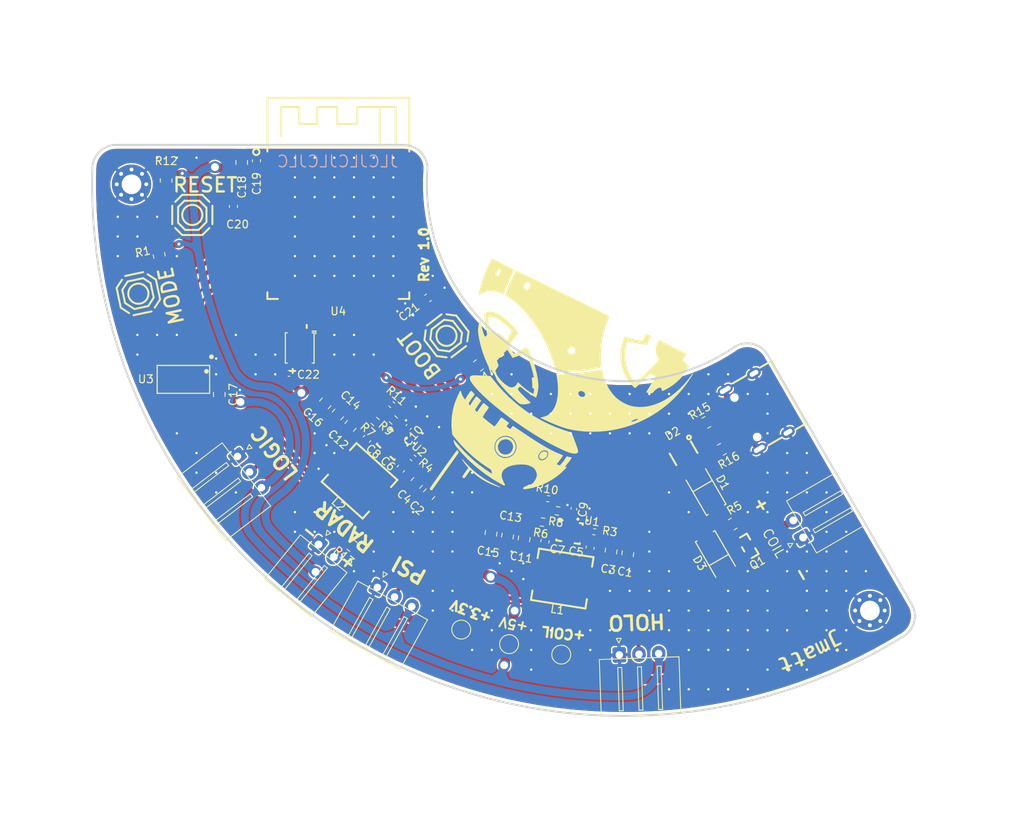
<source format=kicad_pcb>
(kicad_pcb (version 20240108) (generator "pcbnew") (generator_version "8.0")
  (title_block (title "BB-8 Head Control Board") (date "2024-08-24") (rev "1.0") (company "jmatt"))
  (layers (0 "F.Cu" signal) (31 "B.Cu" signal) (34 "B.Paste" user) (35 "F.Paste" user) (36 "B.SilkS" user "B.Silkscreen") (37 "F.SilkS" user "F.Silkscreen") (38 "B.Mask" user) (39 "F.Mask" user) (44 "Edge.Cuts" user))
  (net 0 "")
  (net 1 "Net-(BOOT1-B)")
  (net 3 "Net-(BOOT1-A)")
  (net 4 "GND")
  (net 5 "+5V")
  (net 6 "+3.3V")
  (net 7 "Net-(U2-Vaux)")
  (net 8 "Net-(RESET1-B)")
  (net 9 "+VCOIL")
  (net 10 "/USB-D+")
  (net 11 "/USB-D-")
  (net 12 "/LED1_5V")
  (net 13 "Net-(U2-L1)")
  (net 14 "Net-(U2-L2)")
  (net 15 "Net-(LED1-DIN)")
  (net 17 "/LED3_5V")
  (net 18 "/LED2_5V")
  (net 19 "Net-(U2-EN)")
  (net 20 "Net-(U2-FB)")
  (net 21 "Net-(U2-PG)")
  (net 22 "Net-(RESET1-A)")
  (net 24 "/LED3_3V3")
  (net 25 "/LED1_3V3")
  (net 26 "/LED2_3V3")
  (net 27 "+VIN")
  (net 28 "Net-(U1-Vaux)")
  (net 29 "Net-(D1-Pad1)")
  (net 30 "Net-(Q1-G)")
  (net 31 "Net-(U1-L1)")
  (net 32 "Net-(U1-L2)")
  (net 33 "Net-(U1-EN)")
  (net 34 "Net-(U1-FB)")
  (net 35 "Net-(U1-PG)")
  (net 49 "/D-")
  (net 50 "/D+")
  (net 56 "Net-(SELECT1-A)")
  (net 72 "Net-(RADAR1-Pin_2)")
  (net 73 "Net-(USB1-CC2)")
  (net 74 "Net-(USB1-CC1)")
  (net 77 "/SELECT")
  (footprint "Capacitor_SMD:C_0603_1608Metric" (layer "F.Cu") (at 80.116857 42.891314 -90)
    (property "Reference" "C19")
    (property "Value" "0.1uF")
  )
  (footprint "Resistor_SMD:R_0805_2012Metric" (layer "F.Cu") (at 137.235904 76.105557 30)
    (property "Reference" "R15")
    (property "Value" "5.1k")
  )
  (footprint "jmatt:JST_XH_S2B-XH-A-1_1x02_P2.50mm_Horizontal" (layer "F.Cu") (at 149.526265 90.718084 120)
    (property "Reference" "COIL1" (hide yes))
    (property "Value" "JST-XH 2P")
  )
  (footprint "Capacitor_SMD:C_0805_2012Metric" (layer "F.Cu") (at 109.901387 90.188304 81)
    (property "Reference" "C15")
    (property "Value" "22uF 0805")
  )
  (footprint "LCSC:SW-SMD_4P-L5.1-W5.1-P3.70-LS6.5-TL-2" (layer "F.Cu") (at 104.241859 65.116312 -52.5)
    (property "Reference" "BOOT1" (hide yes))
    (property "Value" "TS-1187A-B-A-B")
  )
  (footprint "Capacitor_SMD:C_0805_2012Metric" (layer "F.Cu") (at 112.001387 90.538304 81)
    (property "Reference" "C13")
    (property "Value" "22uF 0805")
  )
  (footprint "LCSC:SOT-457_L2.9-W1.5-P0.95-LS2.8-BL" (layer "F.Cu") (at 134.346265 80.025556 -150)
    (property "Reference" "D2")
    (property "Value" "IP4234CZ6")
  )
  (footprint "Capacitor_SMD:C_0805_2012Metric" (layer "F.Cu") (at 102.04038 85.221932 48)
    (property "Reference" "C2")
    (property "Value" "10uF 0805")
  )
  (footprint "Capacitor_SMD:C_0402_1005Metric" (layer "F.Cu") (at 120.425091 87.07591 81)
    (property "Reference" "C9")
    (property "Value" "100nF")
  )
  (footprint "Resistor_SMD:R_0603_1608Metric" (layer "F.Cu") (at 116.435157 88.770942 171)
    (property "Reference" "R6")
    (property "Value" "680k")
  )
  (footprint "Capacitor_SMD:C_0603_1608Metric" (layer "F.Cu") (at 116.75 91.2 81)
    (property "Reference" "C7")
    (property "Value" "10uF 0603")
  )
  (footprint "LCSC:SMA_L4.3-W2.6-LS5.2-RD" (layer "F.Cu") (at 138.384791 92.82049 120)
    (property "Reference" "D3")
    (property "Value" "D")
  )
  (footprint "jmatt:JST_XH_S3B-XH-A-1_1x03_P2.50mm_Horizontal" (layer "F.Cu") (at 126.186958 105.631355 2)
    (property "Reference" "HOLO1" (hide yes))
    (property "Value" "JST-XH 3P")
  )
  (footprint "Resistor_SMD:R_0805_2012Metric" (layer "F.Cu") (at 139.210904 79.526358 30)
    (property "Reference" "R16")
    (property "Value" "5.1k")
  )
  (footprint "Capacitor_SMD:C_0603_1608Metric" (layer "F.Cu") (at 122.474966 92.017408 81)
    (property "Reference" "C5")
    (property "Value" "10uF 0603")
  )
  (footprint "Capacitor_SMD:C_0805_2012Metric" (layer "F.Cu") (at 75.391857 72.566313 -90)
    (property "Reference" "C17")
    (property "Value" "0.1uF")
  )
  (footprint "Resistor_SMD:R_0603_1608Metric" (layer "F.Cu") (at 95.186906 75.997967 138)
    (property "Reference" "R7")
    (property "Value" "470k")
  )
  (footprint "Resistor_SMD:R_0805_2012Metric" (layer "F.Cu") (at 140.586513 89.008984 30)
    (property "Reference" "R5")
    (property "Value" "100k")
  )
  (footprint "Capacitor_SMD:C_0805_2012Metric" (layer "F.Cu") (at 90.45 75.1 48)
    (property "Reference" "C14")
    (property "Value" "22uF 0805")
  )
  (footprint "jmatt:JST_XH_S3B-XH-A-1_1x03_P2.50mm_Horizontal" (layer "F.Cu") (at 95.460348 97.062908 -29)
    (property "Reference" "PSI1" (hide yes))
    (property "Value" "JST-XH 3P")
  )
  (footprint "jmatt:JST_XH_S3B-XH-A-1_1x03_P2.50mm_Horizontal" (layer "F.Cu") (at 77.706193 80.426212 -52.5)
    (property "Reference" "LOGIC1" (hide yes))
    (property "Value" "JST-XH 3P")
  )
  (footprint "Capacitor_SMD:C_0805_2012Metric" (layer "F.Cu") (at 127.265257 92.776115 81)
    (property "Reference" "C1")
    (property "Value" "10uF 0805")
  )
  (footprint "Capacitor_SMD:C_0603_1608Metric" (layer "F.Cu") (at 94.15 78.2 48)
    (property "Reference" "C8")
    (property "Value" "10uF 0603")
  )
  (footprint "Resistor_SMD:R_0805_2012Metric" (layer "F.Cu") (at 68.641859 45.391312 -90)
    (property "Reference" "R12")
    (property "Value" "10k")
  )
  (footprint "Resistor_SMD:R_0603_1608Metric" (layer "F.Cu") (at 97.5 75.8 138)
    (property "Reference" "R9")
    (property "Value" "150k")
  )
  (footprint "LCSC:SW-SMD_4P-L5.1-W5.1-P3.70-LS6.5-TL-2" (layer "F.Cu") (at 71.966857 49.766313)
    (property "Reference" "RESET1" (hide yes))
    (property "Value" "TS-1187A-B-A-B")
  )
  (footprint "LOGO" (layer "F.Cu") (at 144.043324 104.547538)
    (property "Reference" "G***" (hide yes))
    (property "Value" "LOGO" (hide yes))
  )
  (footprint "TestPoint:TestPoint_Pad_D2.0mm" (layer "F.Cu") (at 118.816858 105.591312 90)
    (property "Reference" "TP3" (hide yes))
    (property "Value" "TestPoint")
  )
  (footprint "LCSC:USB-C-SMD_TYPE-C-6PIN-2MD-073" (layer "F.Cu") (at 143.381164 74.810405 120)
    (property "Reference" "USB1" (hide yes))
    (property "Value" "TYPE-C 16PIN 2MD(073)")
  )
  (footprint "jmatt:JST_XH_S2B-XH-A-1_1x02_P2.50mm_Horizontal" (layer "F.Cu") (at 87.991858 91.616312 -39)
    (property "Reference" "RADAR1" (hide yes))
    (property "Value" "JST-XH 2P")
  )
  (footprint "Capacitor_SMD:C_0402_1005Metric" (layer "F.Cu") (at 84.241857 69.891313 180)
    (property "Reference" "C22")
    (property "Value" "100nF")
  )
  (footprint "Resistor_SMD:R_0805_2012Metric" (layer "F.Cu") (at 67.766727 54.909609 102)
    (property "Reference" "R1")
    (property "Value" "10k")
  )
  (footprint "Resistor_SMD:R_0805_2012Metric" (layer "F.Cu") (at 108.303452 68.869314 -142.5)
    (property "Reference" "R14")
    (property "Value" "10k")
  )
  (footprint "TestPoint:TestPoint_Pad_D2.0mm" (layer "F.Cu") (at 106.116859 102.416313 90)
    (property "Reference" "TP2" (hide yes))
    (property "Value" "TestPoint")
  )
  (footprint "LCSC:IND-SMD_L7.0-W6.6" (layer "F.Cu") (at 118.943142 95.938179 171)
    (property "Reference" "L1")
    (property "Value" "1.5uH")
  )
  (footprint "Capacitor_SMD:C_0603_1608Metric" (layer "F.Cu") (at 77.191859 48.691312 90)
    (property "Reference" "C20")
    (property "Value" "0.1uF")
  )
  (footprint "LCSC:VQFN-HR-15_L3.0-W2.5-P0.50-BL_TPS63070RNMR" (layer "F.Cu") (at 119.893518 89.885667 171)
    (property "Reference" "U1")
    (property "Value" "TPS63070RNMR")
  )
  (footprint "LCSC:SMA_L4.3-W2.6-LS5.2-RD" (layer "F.Cu") (at 137.196265 84.961901 -60)
    (property "Reference" "D1")
    (property "Value" "D")
  )
  (footprint "Resistor_SMD:R_0805_2012Metric" (layer "F.Cu") (at 92.247683 91.779851 141)
    (property "Reference" "R13")
    (property "Value" "68")
  )
  (footprint "LCSC:TSSOP-20_L6.5-W4.4-P0.65-LS6.4-BL" (layer "F.Cu") (at 70.836858 70.646312 180)
    (property "Reference" "U3")
    (property "Value" "SN74AHCT245PWR")
  )
  (footprint "Capacitor_SMD:C_0402_1005Metric" (layer "F.Cu") (at 99.421183 76.69329 48)
    (property "Reference" "C10")
    (property "Value" "100nF")
  )
  (footprint "Capacitor_SMD:C_0805_2012Metric" (layer "F.Cu") (at 78.239546 43.100889 -90)
    (property "Reference" "C18")
    (property "Value" "10uF")
  )
  (footprint "MountingHole:MountingHole_2.5mm_Pad_Via" (layer "F.Cu") (at 64.25 45.873412)
    (property "Reference" "H1" (hide yes))
    (property "Value" "MountingHole_Pad")
  )
  (footprint "Capacitor_SMD:C_0603_1608Metric" (layer "F.Cu") (at 98.454705 81.993378 48)
    (property "Reference" "C6")
    (property "Value" "10uF 0603")
  )
  (footprint "LCSC:VQFN-HR-15_L3.0-W2.5-P0.50-BL_TPS63070RNMR" (layer "F.Cu") (at 97.459033 78.802565 138)
    (property "Reference" "U2")
    (property "Value" "TPS63070RNMR")
  )
  (footprint "Capacitor_SMD:C_0805_2012Metric" (layer "F.Cu") (at 92.05 76.55 48)
    (property "Reference" "C12")
    (property "Value" "22uF 0805")
  )
  (footprint "Capacitor_SMD:C_0805_2012Metric" (layer "F.Cu") (at 88.85 73.7 48)
    (property "Reference" "C16")
    (property "Value" "22uF 0805")
  )
  (footprint "TestPoint:TestPoint_Pad_D2.0mm" (layer "F.Cu") (at 112.191858 104.266313 90)
    (property "Reference" "TP1" (hide yes))
    (property "Value" "TestPoint")
  )
  (footprint "MountingHole:MountingHole_2.5mm_Pad_Via" (layer "F.Cu") (at 158 100)
    (property "Reference" "H2" (hide yes))
    (property "Value" "MountingHole_Pad")
  )
  (footprint "LCSC:SOT-23_L2.9-W1.3-P1.90-LS2.4-BR" (layer "F.Cu") (at 142.517195 91.878021 -150)
    (property "Reference" "Q1")
    (property "Value" "AO3401A")
  )
  (footprint "LCSC:SW-SMD_4P-L5.1-W5.1-P3.70-LS6.5-TL-2" (layer "F.Cu") (at 65.118626 59.766313 -78)
    (property "Reference" "SELECT1" (hide yes))
    (property "Value" "TS-1187A-B-A-B")
  )
  (footprint "LCSC:IND-SMD_L7.0-W6.6" (layer "F.Cu") (at 93.200862 83.52878 138)
    (property "Reference" "L2")
    (property "Value" "1.5uH")
  )
  (footprint "Capacitor_SMD:C_0805_2012Metric" (layer "F.Cu") (at 100.461196 83.80003 48)
    (property "Reference" "C4")
    (property "Value" "10uF 0805")
  )
  (footprint "LOGO" (layer "F.Cu") (at 116.586269 75.017961 154)
    (property "Reference" "G***" (hide yes))
    (property "Value" "LOGO" (hide yes))
  )
  (footprint "Resistor_SMD:R_0603_1608Metric" (layer "F.Cu") (at 118.35 87.35 171)
    (property "Reference" "R8")
    (property "Value" "130k")
  )
  (footprint "LCSC:WIRELM-SMD_ESP32-S3-WROOM-1" (layer "F.Cu") (at 90.5 51.282979)
    (property "Reference" "U4")
    (property "Value" "ESP32-S3-WROOM-1(N16R8)")
  )
  (footprint "Resistor_SMD:R_0402_1005Metric" (layer "F.Cu") (at 117.15 85.8 -9)
    (property "Reference" "R10")
    (property "Value" "100k")
  )
  (footprint "Resistor_SMD:R_0402_1005Metric" (layer "F.Cu") (at 97.3 73.85 -42)
    (property "Reference" "R11")
    (property "Value" "100k")
  )
  (footprint "Resistor_SMD:R_0402_1005Metric" (layer "F.Cu") (at 99.993631 80.620484 138)
    (property "Reference" "R4")
    (property "Value" "10k")
  )
  (footprint "Capacitor_SMD:C_0805_2012Metric" (layer "F.Cu") (at 114.101387 90.888304 81)
    (property "Reference" "C11")
    (property "Value" "22uF 0805")
  )
  (footprint "Capacitor_SMD:C_0805_2012Metric" (layer "F.Cu") (at 125.141724 92.439781 81)
    (property "Reference" "C3")
    (property "Value" "10uF 0805")
  )
  (footprint "Capacitor_SMD:C_0603_1608Metric" (layer "F.Cu") (at 101.898717 60.296787 -142.5)
    (property "Reference" "C21")
    (property "Value" "0.1uF")
  )
  (footprint "Resistor_SMD:R_0402_1005Metric" (layer "F.Cu") (at 123.006984 90.000804 171)
    (property "Reference" "R3")
    (property "Value" "10k")
  )
  (footprint "LCSC:LED-SMD_4P-L3.5-W3.5-TL_WS2812B" (layer "F.Cu") (at 85.606858 66.656312 90)
    (property "Reference" "LED1" (hide yes))
    (property "Value" "WS2812B-MINI")
  )
  (gr_arc (start 94.084402 69.951482) (mid 93.541847 70.066341) (end 93.048835 69.812408) (stroke (width 0.2)) (layer "F.Cu") (net 6))
  (gr_arc (start 107.991858 89.891313) (mid 108.278529 89.623676) (end 108.669566 89.593661) (stroke (width 0.2)) (layer "F.Cu") (net 5))
  (gr_arc (start 94.540626 70.993753) (mid 94.349993 70.550005) (end 94.589973 70.130891) (stroke (width 0.2)) (layer "F.Cu") (net 6))
  (gr_arc (start 98.821518 40.873413) (mid 101.017274 41.829279) (end 101.813857 44.087699) (stroke (width 0.25)) (layer "Edge.Cuts"))
  (gr_arc (start 162.296382 103.255507) (mid 92.999997 104.330131) (end 59.282458 43.780389) (stroke (width 0.25)) (layer "Edge.Cuts"))
  (gr_arc (start 59.282458 43.780389) (mid 60.192832 41.719429) (end 62.281014 40.873412) (stroke (width 0.25)) (layer "Edge.Cuts"))
  (gr_line (start 98.821518 40.873413) (end 62.281014 40.873412) (stroke (width 0.25)) (layer "Edge.Cuts"))
  (gr_arc (start 140.764546 66.575889) (mid 114.249998 67.524052) (end 101.813857 44.087699) (stroke (width 0.25)) (layer "Edge.Cuts"))
  (gr_line (start 163.314633 99.205215) (end 145.038507 67.550036) (stroke (width 0.25)) (layer "Edge.Cuts"))
  (gr_arc (start 140.764546 66.575889) (mid 143.112964 66.135251) (end 145.038507 67.550036) (stroke (width 0.25)) (layer "Edge.Cuts"))
  (gr_arc (start 163.314633 99.205215) (mid 163.626019 101.436631) (end 162.296382 103.255507) (stroke (width 0.25)) (layer "Edge.Cuts"))
  (gr_text "JLCJLCJLCJLC" (at 98.25 43.85 0) (layer "B.SilkS") (effects (font (size 1.5 1.5)) (justify left bottom mirror)))
  (gr_text "+3.3V" (at 110.291858 100.466313 159) (layer "F.SilkS") (effects (font (size 1.2 1.2) (thickness 0.3) (bold yes)) (justify left bottom)))
  (gr_text "LOGIC" (at 85.766859 82.616313 127.5) (layer "F.SilkS") (effects (font (size 1.8 1.8) (thickness 0.36) (bold yes)) (justify left bottom)))
  (gr_text "COIL" (at 144.127354 89.966899 -60) (layer "F.SilkS") (effects (font (size 1.2 1.2)) (justify left bottom)))
  (gr_text "+" (at 90.349999 93.792978 -39) (layer "F.SilkS") (effects (font (size 1.5 1.5) (thickness 0.3) (bold yes)) (justify left bottom)))
  (gr_text "BOOT" (at 103.916858 69.791313 127.5) (layer "F.SilkS") (effects (font (size 1.8 1.8) (thickness 0.3) (bold yes)) (justify left bottom)))
  (gr_text "HOLO" (at 132.141858 100.266312 -178) (layer "F.SilkS") (effects (font (size 1.8 1.8) (thickness 0.36) (bold yes)) (justify left bottom)))
  (gr_text "Rev 1.0" (at 102.091858 58.466313 90) (layer "F.SilkS") (effects (font (size 1.2 1.2) (thickness 0.3) (bold yes)) (justify left bottom)))
  (gr_text "+" (at 145.417418 87.201355 120) (layer "F.SilkS") (effects (font (size 1.5 1.5) (thickness 0.3) (bold yes)) (justify left bottom)))
  (gr_text "-" (at 85.5 89.992979 -39) (layer "F.SilkS") (effects (font (size 1.5 1.5) (thickness 0.3) (bold yes)) (justify left bottom)))
  (gr_text "MODE" (at 71.097831 63.607097 102) (layer "F.SilkS") (effects (font (size 1.8 1.8) (thickness 0.3) (bold yes)) (justify left bottom)))
  (gr_text "-" (at 150.542418 96.078115 120) (layer "F.SilkS") (effects (font (size 1.5 1.5) (thickness 0.3) (bold yes)) (justify left bottom)))
  (gr_text "+COIL" (at 122.116859 102.591312 173) (layer "F.SilkS") (effects (font (size 1.2 1.2) (thickness 0.3) (bold yes)) (justify left bottom)))
  (gr_text "RESET" (at 69.341858 47.016312 0) (layer "F.SilkS") (effects (font (size 1.8 1.8) (thickness 0.3) (bold yes)) (justify left bottom)))
  (gr_text "+5V" (at 114.866859 101.516312 167) (layer "F.SilkS") (effects (font (size 1.2 1.2) (thickness 0.24) (bold yes)) (justify left bottom)))
  (gr_text "PSI" (at 102.141859 95.091313 151) (layer "F.SilkS") (effects (font (size 1.8 1.8) (thickness 0.4) (bold yes)) (justify left bottom)))
  (gr_text "RADAR" (at 95.466857 91.391313 141) (layer "F.SilkS") (effects (font (size 1.8 1.8) (thickness 0.4) (bold yes)) (justify left bottom)))
  (segment (start 109.027389 68.313821) (end 107.71861 66.608187) (width 1) (layer "F.Cu") (net 1))
  (segment (start 107.71861 66.608187) (end 107.718474 66.60817) (width 0.3) (layer "F.Cu") (net 1))
  (segment (start 103.700649 61.372037) (end 103.700648 61.372038) (width 0.3) (layer "F.Cu") (net 3))
  (segment (start 102.513564 59.824998) (end 102.513564 59.81302) (width 0.6) (layer "F.Cu") (net 3))
  (segment (start 101.202644 58.916312) (end 99.263334 58.916312) (width 0.6) (layer "F.Cu") (net 3))
  (segment (start 99.263334 58.916312) (end 99.250001 58.902979) (width 0.6) (layer "F.Cu") (net 3))
  (segment (start 102.513564 59.824998) (end 103.700649 61.372037) (width 1) (layer "F.Cu") (net 3))
  (segment (start 102.513564 59.81302) (end 101.909751 59.209206) (width 0.6) (layer "F.Cu") (net 3))
  (arc (start 101.202644 58.916312) (mid 101.585328 58.992433) (end 101.909751 59.209206) (width 0.6) (layer "F.Cu") (net 3))
  (segment (start 119.116235 89.624436) (end 119.107264 89.630957) (width 0.2) (layer "F.Cu") (net 4))
  (segment (start 119.765242 90.695571) (end 119.85022 90.162359) (width 0.2) (layer "F.Cu") (net 4))
  (segment (start 119.607531 89.729546) (end 119.177393 89.552393) (width 0.2) (layer "F.Cu") (net 4))
  (segment (start 98.5 75.95) (end 99.1 75.85) (width 0.2) (layer "F.Cu") (net 4))
  (segment (start 96.85562 78.165055) (end 97.032151 78.155802) (width 0.2) (layer "F.Cu") (net 4))
  (segment (start 96.910346 79.411944) (end 97.290227 78.987385) (width 0.2) (layer "F.Cu") (net 4))
  (segment (start 97.294531 78.458828) (end 97.032151 78.155802) (width 0.2) (layer "F.Cu") (net 4))
  (segment (start 118.958421 89.666691) (end 118.472323 89.589699) (width 0.2) (layer "F.Cu") (net 4))
  (segment (start 99.1 75.85) (end 99.15 75.85) (width 0.2) (layer "F.Cu") (net 4))
  (segment (start 119.364285 88.005693) (end 119.164843 87.479058) (width 0.2) (layer "F.Cu") (net 4))
  (segment (start 119.164843 87.479058) (end 119.267615 86.962711) (width 0.2) (layer "F.Cu") (net 4))
  (segment (start 96.428311 77.780305) (end 96.85562 78.165055) (width 0.2) (layer "F.Cu") (net 4))
  (segment (start 98.01863 76.976786) (end 98.113094 76.352033) (width 0.2) (layer "F.Cu") (net 4))
  (segment (start 119.6 86.6) (end 119.624173 86.583885) (width 0.2) (layer "F.Cu") (net 4))
  (segment (start 119.312315 88.760899) (end 119.386737 88.199967) (width 0.2) (layer "F.Cu") (net 4))
  (segment (start 97.032151 78.155802) (end 97.584188 77.542706) (width 0.2) (layer "F.Cu") (net 4))
  (segment (start 99.15 75.85) (end 99.742366 76.33658) (width 0.2) (layer "F.Cu") (net 4))
  (segment (start 119.312315 88.7609) (end 119.196218 89.493919) (width 0.2) (layer "F.Cu") (net 4))
  (segment (start 139.720024 73.229124) (end 139.636338 71.984175) (width 0.4) (layer "F.Cu") (net 4))
  (segment (start 119.899851 86.520339) (end 120.500182 86.60182) (width 0.2) (layer "F.Cu") (net 4))
  (segment (start 119.438039 86.707974) (end 119.6 86.6) (width 0.2) (layer "F.Cu") (net 4))
  (segment (start 142.920024 78.771686) (end 143.956338 79.466635) (width 0.4) (layer "F.Cu") (net 4))
  (segment (start 97.584188 77.542709) (end 97.914687 77.190832) (width 0.2) (layer "F.Cu") (net 4))
  (segment (start 98.113094 76.352033) (end 98.5 75.95) (width 0.2) (layer "F.Cu") (net 4))
  (via (at 97.5 87.5) (size 0.6) (drill 0.3) (layers "F.Cu" "B.Cu") (net 4))
  (via (at 72.5 42.5) (size 0.6) (drill 0.3) (layers "F.Cu" "B.Cu") (net 4))
  (via (at 78 72) (size 0.6) (drill 0.3) (layers "F.Cu" "B.Cu") (net 4))
  (via (at 77.5 65) (size 0.6) (drill 0.3) (layers "F.Cu" "B.Cu") (net 4))
  (via (at 150 85) (size 0.6) (drill 0.3) (layers "F.Cu" "B.Cu") (net 4))
  (via (at 142.5 105) (size 0.6) (drill 0.3) (layers "F.Cu" "B.Cu") (net 4))
  (via (at 130 92.5) (size 0.6) (drill 0.3) (layers "F.Cu" "B.Cu") (net 4))
  (via (at 112.5 95) (size 0.6) (drill 0.3) (layers "F.Cu" "B.Cu") (net 4))
  (via (at 119.6 86.6) (size 0.6) (drill 0.3) (layers "F.Cu" "B.Cu") (net 4))
  (via (at 75 68) (size 0.6) (drill 0.3) (layers "F.Cu" "B.Cu") (net 4))
  (via (at 122.5 77.5) (size 0.6) (drill 0.3) (layers "F.Cu" "B.Cu") (net 4))
  (via (at 132.5 85) (size 0.6) (drill 0.3) (layers "F.Cu" "B.Cu") (net 4))
  (via (at 110 100) (size 0.6) (drill 0.3) (layers "F.Cu" "B.Cu") (net 4))
  (via (at 155 102.5) (size 0.6) (drill 0.3) (layers "F.Cu" "B.Cu") (net 4))
  (via (at 65 65) (size 0.6) (drill 0.3) (layers "F.Cu" "B.Cu") (net 4))
  (via (at 65 50) (size 0.6) (drill 0.3) (layers "F.Cu" "B.Cu") (net 4))
  (via (at 87.5 90) (size 0.6) (drill 0.3) (layers "F.Cu" "B.Cu") (net 4))
  (via (at 92.5 65) (size 0.6) (drill 0.3) (layers "F.Cu" "B.Cu") (net 4))
  (via (at 137.5 105) (size 0.6) (drill 0.3) (layers "F.Cu" "B.Cu") (net 4))
  (via (at 85 57.5) (size 0.6) (drill 0.3) (layers "F.Cu" "B.Cu") (net 4))
  (via (at 85 87.5) (size 0.6) (drill 0.3) (layers "F.Cu" "B.Cu") (net 4))
  (via (at 142.5 97.5) (size 0.6) (drill 0.3) (layers "F.Cu" "B.Cu") (net 4))
  (via (at 135 105) (size 0.6) (drill 0.3) (layers "F.Cu" "B.Cu") (net 4))
  (via (at 140 70) (size 0.6) (drill 0.3) (layers "F.Cu" "B.Cu") (net 4))
  (via (at 132.5 95) (size 0.6) (drill 0.3) (layers "F.Cu" "B.Cu") (net 4))
  (via (at 137.5 70) (size 0.6) (drill 0.3) (layers "F.Cu" "B.Cu") (net 4))
  (via (at 127.5 77.5) (size 0.6) (drill 0.3) (layers "F.Cu" "B.Cu") (net 4))
  (via (at 95 55) (size 0.6) (drill 0.3) (layers "F.Cu" "B.Cu") (net 4))
  (via (at 122.5 72.5) (size 0.6) (drill 0.3) (layers "F.Cu" "B.Cu") (net 4))
  (via (at 86.85 75.05) (size 0.6) (drill 0.3) (layers "F.Cu" "B.Cu") (net 4))
  (via (at 152.5 105) (size 0.6) (drill 0.3) (layers "F.Cu" "B.Cu") (net 4))
  (via (at 101 56) (size 0.6) (drill 0.3) (layers "F.Cu" "B.Cu") (net 4))
  (via (at 127.5 75) (size 0.6) (drill 0.3) (layers "F.Cu" "B.Cu") (net 4))
  (via (at 125 102.5) (size 0.6) (drill 0.3) (layers "F.Cu" "B.Cu") (net 4))
  (via (at 130 72.5) (size 0.6) (drill 0.3) (layers "F.Cu" "B.Cu") (net 4))
  (via (at 90 90) (size 0.6) (drill 0.3) (layers "F.Cu" "B.Cu") (net 4))
  (via (at 97.5 95) (size 0.6) (drill 0.3) (layers "F.Cu" "B.Cu") (net 4))
  (via (at 80 67.5) (size 0.6) (drill 0.3) (layers "F.Cu" "B.Cu") (net 4))
  (via (at 80 70) (size 0.6) (drill 0.3) (layers "F.Cu" "B.Cu") (net 4))
  (via (at 135 97.5) (size 0.6) (drill 0.3) (layers "F.Cu" "B.Cu") (net 4))
  (via (at 97.5 42.5) (size 0.6) (drill 0.3) (layers "F.Cu" "B.Cu") (net 4))
  (via (at 103.3 76.7) (size 0.6) (drill 0.3) (layers "F.Cu" "B.Cu") (net 4))
  (via (at 132.5 75) (size 0.6) (drill 0.3) (layers "F.Cu" "B.Cu") (net 4))
  (via (at 90 45) (size 0.6) (drill 0.3) (layers "F.Cu" "B.Cu") (net 4))
  (via (at 97.5 52.5) (size 0.6) (drill 0.3) (layers "F.Cu" "B.Cu") (net 4))
  (via (at 72.5 80) (size 0.6) (drill 0.3) (layers "F.Cu" "B.Cu") (net 4))
  (via (at 142.5 110) (size 0.6) (drill 0.3) (layers "F.Cu" "B.Cu") (net 4))
  (via (at 145 100) (size 0.6) (drill 0.3) (layers "F.Cu" "B.Cu") (net 4))
  (via (at 90 65) (size 0.6) (drill 0.3) (layers "F.Cu" "B.Cu") (net 4))
  (via (at 127.5 95) (size 0.6) (drill 0.3) (layers "F.Cu" "B.Cu") (net 4))
  (via (at 99 61) (size 0.6) (drill 0.3) (layers "F.Cu" "B.Cu") (net 4))
  (via (at 117.5 72.5) (size 0.6) (drill 0.3) (layers "F.Cu" "B.Cu") (net 4))
  (via (at 137.5 72.5) (size 0.6) (drill 0.3) (layers "F.Cu" "B.Cu") (net 4))
  (via (at 112.5 72.5) (size 0.6) (drill 0.3) (layers "F.Cu" "B.Cu") (net 4))
  (via (at 75 82.5) (size 0.6) (drill 0.3) (layers "F.Cu" "B.Cu") (net 4))
  (via (at 92.5 47.5) (size 0.6) (drill 0.3) (layers "F.Cu" "B.Cu") (net 4))
  (via (at 155 90) (size 0.6) (drill 0.3) (layers "F.Cu" "B.Cu") (net 4))
  (via (at 145 107.5) (size 0.6) (drill 0.3) (layers "F.Cu" "B.Cu") (net 4))
  (via (at 77.5 85) (size 0.6) (drill 0.3) (layers "F.Cu" "B.Cu") (net 4))
  (via (at 95 50) (size 0.6) (drill 0.3) (layers "F.Cu" "B.Cu") (net 4))
  (via (at 101.2 77.5) (size 0.6) (drill 0.3) (layers "F.Cu" "B.Cu") (net 4))
  (via (at 100 87.5) (size 0.6) (drill 0.3) (layers "F.Cu" "B.Cu") (net 4))
  (via (at 99.1 75.85) (size 0.6) (drill 0.3) (layers "F.Cu" "B.Cu") (net 4))
  (via (at 117.5 77.5) (size 0.6) (drill 0.3) (layers "F.Cu" "B.Cu") (net 4))
  (via (at 140 100) (size 0.6) (drill 0.3) (layers "F.Cu" "B.Cu") (net 4))
  (via (at 147.5 102.5) (size 0.6) (drill 0.3) (layers "F.Cu" "B.Cu") (net 4))
  (via (at 97.5 45) (size 0.6) (drill 0.3) (layers "F.Cu" "B.Cu") (net 4))
  (via (at 95 67.5) (size 0.6) (drill 0.3) (layers "F.Cu" "B.Cu") (net 4))
  (via (at 85 90) (size 0.6) (drill 0.3) (layers "F.Cu" "B.Cu") (net 4))
  (via (at 95 95) (size 0.6) (drill 0.3) (layers "F.Cu" "B.Cu") (net 4))
  (via (at 137.5 110) (size 0.6) (drill 0.3) (layers "F.Cu" "B.Cu") (net 4))
  (via (at 62.5 55) (size 0.6) (drill 0.3) (layers "F.Cu" "B.Cu") (net 4))
  (via (at 95 52.5) (size 0.6) (drill 0.3) (layers "F.Cu" "B.Cu") (net 4))
  (via (at 145 82.5) (size 0.6) (drill 0.3) (layers "F.Cu" "B.Cu") (net 4))
  (via (at 120 72.5) (size 0.6) (drill 0.3) (layers "F.Cu" "B.Cu") (net 4))
  (via (at 92.5 55) (size 0.6) (drill 0.3) (layers "F.Cu" "B.Cu") (net 4))
  (via (at 147.5 95) (size 0.6) (drill 0.3) (layers "F.Cu" "B.Cu") (net 4))
  (via (at 140 97.5) (size 0.6) (drill 0.3) (layers "F.Cu" "B.Cu") (net 4))
  (via (at 152.5 92.5) (size 0.6) (drill 0.3) (layers "F.Cu" "B.Cu") (net 4))
  (via (at 107.5 105) (size 0.6) (drill 0.3) (layers "F.Cu" "B.Cu") (net 4))
  (via (at 122.5 75) (size 0.6) (drill 0.3) (layers "F.Cu" "B.Cu") (net 4))
  (via (at 67.5 65) (size 0.6) (drill 0.3) (layers "F.Cu" "B.Cu") (net 4))
  (via (at 90 57.5) (size 0.6) (drill 0.3) (layers "F.Cu" "B.Cu") (net 4))
  (via (at 130 95) (size 0.6) (drill 0.3) (layers "F.Cu" "B.Cu") (net 4))
  (via (at 65 55) (size 0.6) (drill 0.3) (layers "F.Cu" "B.Cu") (net 4))
  (via (at 132.5 72.5) (size 0.6) (drill 0.3) (layers "F.Cu" "B.Cu") (net 4))
  (via (at 125 97.5) (size 0.6) (drill 0.3) (layers "F.Cu" "B.Cu") (net 4))
  (via (at 135 110) (size 0.6) (drill 0.3) (layers "F.Cu" "B.Cu") (net 4))
  (via (at 150 95) (size 0.6) (drill 0.3) (layers "F.Cu" "B.Cu") (net 4))
  (via (at 90 80) (size 0.6) (drill 0.3) (layers "F.Cu" "B.Cu") (net 4))
  (via (at 142.5 87.5) (size 0.6) (drill 0.3) (layers "F.Cu" "B.Cu") (net 4))
  (via (at 142.5 95) (size 0.6) (drill 0.3) (layers "F.Cu" "B.Cu") (net 4))
  (via (at 140 110) (size 0.6) (drill 0.3) (layers "F.Cu" "B.Cu") (net 4))
  (via (at 145 75) (size 0.6) (drill 0.3) (layers "F.Cu" "B.Cu") (net 4))
  (via (at 150 105) (size 0.6) (drill 0.3) (layers "F.Cu" "B.Cu") (net 4))
  (via (at 105 90) (size 0.6) (drill 0.3) (layers "F.Cu" "B.Cu") (net 4))
  (via (at 125 95) (size 0.6) (drill 0.3) (layers "F.Cu" "B.Cu") (net 4))
  (via (at 137.5 100) (size 0.6) (drill 0.3) (layers "F.Cu" "B.Cu") (net 4))
  (via (at 135 102.5) (size 0.6) (drill 0.3) (layers "F.Cu" "B.Cu") (net 4))
  (via (at 112.5 70) (size 0.6) (drill 0.3) (layers "F.Cu" "B.Cu") (net 4))
  (via (at 130 90) (size 0.6) (drill 0.3) (layers "F.Cu" "B.Cu") (net 4))
  (via (at 85 45) (size 0.6) (drill 0.3) (layers "F.Cu" "B.Cu") (net 4))
  (via (at 150 97.5) (size 0.6) (drill 0.3) (layers "F.Cu" "B.Cu") (net 4))
  (via (at 150 80) (size 0.6) (drill 0.3) (layers "F.Cu" "B.Cu") (net 4))
  (via (at 114 96) (size 0.6) (drill 0.3) (layers "F.Cu" "B.Cu") (net 4))
  (via (at 87.5 55) (size 0.6) (drill 0.3) (layers "F.Cu" "B.Cu") (net 4))
  (via (at 97.5 50) (size 0.6) (drill 0.3) (layers "F.Cu" "B.Cu") (net 4))
  (via (at 120 75) (size 0.6) (drill 0.3) (layers "F.Cu" "B.Cu") (net 4))
  (via (at 130 77.5) (size 0.6) (drill 0.3) (layers "F.Cu" "B.Cu") (net 4))
  (via (at 70 42.5) (size 0.6) (drill 0.3) (layers "F.Cu" "B.Cu") (net 4))
  (via (at 102.5 90) (size 0.6) (drill 0.3) (layers "F.Cu" "B.Cu") (net 4))
  (via (at 62.5 50) (size 0.6) (drill 0.3) (layers "F.Cu" "B.Cu") (net 4))
  (via (at 157.5 95) (size 0.6) (drill 0.3) (layers "F.Cu" "B.Cu") (net 4))
  (via (at 87.5 57.5) (size 0.6) (drill 0.3) (layers "F.Cu" "B.Cu") (net 4))
  (via (at 100 62.5) (size 0.6) (drill 0.3) (layers "F.Cu" "B.Cu") (net 4))
  (via (at 102.5 97.5) (size 0.6) (drill 0.3) (layers "F.Cu" "B.Cu") (net 4))
  (via (at 107.5 100) (size 0.6) (drill 0.3) (layers "F.Cu" "B.Cu") (net 4))
  (via (at 92.5 42.5) (size 0.6) (drill 0.3) (layers "F.Cu" "B.Cu") (net 4))
  (via (at 122.15 88.55) (size 0.6) (drill 0.3) (layers "F.Cu" "B.Cu") (net 4))
  (via (at 95 47.5) (size 0.6) (drill 0.3) (layers "F.Cu" "B.Cu") (net 4))
  (via (at 147.5 92.5) (size 0.6) (drill 0.3) (layers "F.Cu" "B.Cu") (net 4))
  (via (at 132.5 100) (size 0.6) (drill 0.3) (layers "F.Cu" "B.Cu") (net 4))
  (via (at 137.5 102.5) (size 0.6) (drill 0.3) (layers "F.Cu" "B.Cu") (net 4))
  (via (at 135 87.5) (size 0.6) (drill 0.3) (layers "F.Cu" "B.Cu") (net 4))
  (via (at 147.5 82.5) (size 0.6) (drill 0.3) (layers "F.Cu" "B.Cu") (net 4))
  (via (at 65 67.5) (size 0.6) (drill 0.3) (layers "F.Cu" "B.Cu") (net 4))
  (via (at 115 72.5) (size 0.6) (drill 0.3) (layers "F.Cu" "B.Cu") (net 4))
  (via (at 85 55) (size 0.6) (drill 0.3) (layers "F.Cu" "B.Cu") (net 4))
  (via (at 67.5 50) (size 0.6) (drill 0.3) (layers "F.Cu" "B.Cu") (net 4))
  (via (at 101.8 75.35) (size 0.6) (drill 0.3) (layers "F.Cu" "B.Cu") (net 4))
  (via (at 70 55) (size 0.6) (drill 0.3) (layers "F.Cu" "B.Cu") (net 4))
  (via (at 100 90) (size 0.6) (drill 0.3) (layers "F.Cu" "B.Cu") (net 4))
  (via (at 105 100) (size 0.6) (drill 0.3) (layers "F.Cu" "B.Cu") (net 4))
  (via (at 95 42.5) (size 0.6) (drill 0.3) (layers "F.Cu" "B.Cu") (net 4))
  (via (at 125 77.5) (size 0.6) (drill 0.3) (layers "F.Cu" "B.Cu") (net 4))
  (via (at 152.5 97.5) (size 0.6) (drill 0.3) (layers "F.Cu" "B.Cu") (net 4))
  (via (at 89.45 77.7) (size 0.6) (drill 0.3) (layers "F.Cu" "B.Cu") (net 4))
  (via (at 98 62) (size 0.6) (drill 0.3) (layers "F.Cu" "B.Cu") (net 4))
  (via (at 72.5 82.5) (size 0.6) (drill 0.3) (layers "F.Cu" "B.Cu") (net 4))
  (via (at 150 107.5) (size 0.6) (drill 0.3) (layers "F.Cu" "B.Cu") (net 4))
  (via (at 145 102.5) (size 0.6) (drill 0.3) (layers "F.Cu" "B.Cu") (net 4))
  (via (at 120 102.5) (size 0.6) (drill 0.3) (layers "F.Cu" "B.Cu") (net 4))
  (via (at 147.5 85) (size 0.6) (drill 0.3) (layers "F.Cu" "B.Cu") (net 4))
  (via (at 90 47.5) (size 0.6) (drill 0.3) (layers "F.Cu" "B.Cu") (net 4))
  (via (at 132.5 77.5) (size 0.6) (drill 0.3) (layers "F.Cu" "B.Cu") (net 4))
  (via (at 122.5 102.5) (size 0.6) (drill 0.3) (layers "F.Cu" "B.Cu") (net 4))
  (via (at 90 55) (size 0.6) (drill 0.3) (layers "F.Cu" "B.Cu") (net 4))
  (via (at 147.5 107.5) (size 0.6) (drill 0.3) (layers "F.Cu" "B.Cu") (net 4))
  (via (at 155 97.5) (size 0.6) (drill 0.3) (layers "F.Cu" "B.Cu") (net 4))
  (via (at 107.5 85) (size 0.6) (drill 0.3) (layers "F.Cu" "B.Cu") (net 4))
  (via (at 145 85) (size 0.6) (drill 0.3) (layers "F.Cu" "B.Cu") (net 4))
  (via (at 87.5 77.5) (size 0.6) (drill 0.3) (layers "F.Cu" "B.Cu") (net 4))
  (via (at 62.5 52.5) (size 0.6) (drill 0.3) (layers "F.Cu" "B.Cu") (net 4))
  (via (at 95 92.5) (size 0.6) (drill 0.3) (layers "F.Cu" "B.Cu") (net 4))
  (via (at 90 42.5) (size 0.6) (drill 0.3) (layers "F.Cu" "B.Cu") (net 4))
  (via (at 150 100) (size 0.6) (drill 0.3) (layers "F.Cu" "B.Cu") (net 4))
  (via (at 117.5 75) (size 0.6) (drill 0.3) (layers "F.Cu" "B.Cu") (net 4))
  (via (at 105 87.5) (size 0.6) (drill 0.3) (layers "F.Cu" "B.Cu") (net 4))
  (via (at 85 47.5) (size 0.6) (drill 0.3) (layers "F.Cu" "B.Cu") (net 4))
  (via (at 140 102.5) (size 0.6) (drill 0.3) (layers "F.Cu" "B.Cu") (net 4))
  (via (at 70 77.5) (size 0.6) (drill 0.3) (layers "F.Cu" "B.Cu") (net 4))
  (via (at 147.5 80) (size 0.6) (drill 0.3) (layers "F.Cu" "B.Cu") (net 4))
  (via (at 87.5 87.5) (size 0.6) (drill 0.3) (layers "F.Cu" "B.Cu") (net 4))
  (via (at 67.5 42.5) (size 0.6) (drill 0.3) (layers "F.Cu" "B.Cu") (net 4))
  (via (at 142.5 72.5) (size 0.6) (drill 0.3) (layers "F.Cu" "B.Cu") (net 4))
  (via (at 92.5 67.5) (size 0.6) (drill 0.3) (layers "F.Cu" "B.Cu") (net 4))
  (via (at 115 75) (size 0.6) (drill 0.3) (layers "F.Cu" "B.Cu") (net 4))
  (via (at 85 50) (size 0.6) (drill 0.3) (layers "F.Cu" "B.Cu") (net 4))
  (via (at 101 52) (size 0.6) (drill 0.3) (layers "F.Cu" "B.Cu") (net 4))
  (via (at 92.5 95) (size 0.6) (drill 0.3) (layers "F.Cu" "B.Cu") (net 4))
  (via (at 65 52.5) (size 0.6) (drill 0.3) (layers "F.Cu" "B.Cu") (net 4))
  (via (at 97.5 47.5) (size 0.6) (drill 0.3) (layers "F.Cu" "B.Cu") (net 4))
  (via (at 110 92.5) (size 0.6) (drill 0.3) (layers "F.Cu" "B.Cu") (net 4))
  (via (at 110 70) (size 0.6) (drill 0.3) (layers "F.Cu" "B.Cu") (net 4))
  (via (at 125 75) (size 0.6) (drill 0.3) (layers "F.Cu" "B.Cu") (net 4))
  (via (at 92.5 45) (size 0.6) (drill 0.3) (layers "F.Cu" "B.Cu") (net 4))
  (via (at 122.5 105) (size 0.6) (drill 0.3) (layers "F.Cu" "B.Cu") (net 4))
  (via (at 92.5 50) (size 0.6) (drill 0.3) (layers "F.Cu" "B.Cu") (net 4))
  (via (at 87.5 45) (size 0.6) (drill 0.3) (layers "F.Cu" "B.Cu") (net 4))
  (via (at 135 72.5) (size 0.6) (drill 0.3) (layers "F.Cu" "B.Cu") (net 4))
  (via (at 112.5 92.5) (size 0.6) (drill 0.3) (layers "F.Cu" "B.Cu") (net 4))
  (via (at 110 105) (size 0.6) (drill 0.3) (layers "F.Cu" "B.Cu") (net 4))
  (via (at 87.5 42.5) (size 0.6) (drill 0.3) (layers "F.Cu" "B.Cu") (net 4))
  (via (at 140 105) (size 0.6) (drill 0.3) (layers "F.Cu" "B.Cu") (net 4))
  (via (at 75 70) (size 0.6) (drill 0.3) (layers "F.Cu" "B.Cu") (net 4))
  (via (at 111 94) (size 0.6) (drill 0.3) (layers "F.Cu" "B.Cu") (net 4))
  (via (at 152.5 102.5) (size 0.6) (drill 0.3) (layers "F.Cu" "B.Cu") (net 4))
  (via (at 102.5 92.5) (size 0.6) (drill 0.3) (layers "F.Cu" "B.Cu") (net 4))
  (via (at 155 95) (size 0.6) (drill 0.3) (layers "F.Cu" "B.Cu") (net 4))
  (via (at 130 75) (size 0.6) (drill 0.3) (layers "F.Cu" "B.Cu") (net 4))
  (via (at 70 65) (size 0.6) (drill 0.3) (layers "F.Cu" "B.Cu") (net 4))
  (via (at 130 102.5) (size 0.6) (drill 0.3) (layers "F.Cu" "B.Cu") (net 4))
  (via (at 114 94) (size 0.6) (drill 0.3) (layers "F.Cu" "B.Cu") (net 4))
  (via (at 107.5 82.5) (size 0.6) (drill 0.3) (layers "F.Cu" "B.Cu") (net 4))
  (via (at 145 77.5) (size 0.6) (drill 0.3) (layers "F.Cu" "B.Cu") (net 4))
  (via (at 145 87.5) (size 0.6) (drill 0.3) (layers "F.Cu" "B.Cu") (net 4))
  (via (at 132.5 102.5) (size 0.6) (drill 0.3) (layers "F.Cu" "B.Cu") (net 4))
  (via (at 155 105) (size 0.6) (drill 0.3) (layers "F.Cu" "B.Cu") (net 4))
  (via (at 97.5 90) (size 0.6) (drill 0.3) (layers "F.Cu" "B.Cu") (net 4))
  (via (at 130 100) (size 0.6) (drill 0.3) (layers "F.Cu" "B.Cu") (net 4))
  (via (at 97.5 55) (size 0.6) (drill 0.3) (layers "F.Cu" "B.Cu") (net 4))
  (via (at 110 72.5) (size 0.6) (drill 0.3) (layers "F.Cu" "B.Cu") (net 4))
  (via (at 102.5 87.5) (size 0.6) (drill 0.3) (layers "F.Cu" "B.Cu") (net 4))
  (via (at 88 82) (size 0.6) (drill 0.3) (layers "F.Cu" "B.Cu") (net 4))
  (via (at 115 102.5) (size 0.6) (drill 0.3) (layers "F.Cu" "B.Cu") (net 4))
  (via (at 135 75) (size 0.6) (drill 0.3) (layers "F.Cu" "B.Cu") (net 4))
  (via (at 152.5 87.5) (size 0.6) (drill 0.3) (layers "F.Cu" "B.Cu") (net 4))
  (via (at 92.5 57.5) (size 0.6) (drill 0.3) (layers "F.Cu" "B.Cu") (net 4))
  (via (at 87.5 47.5) (size 0.6) (drill 0.3) (layers "F.Cu" "B.Cu") (net 4))
  (via (at 115 107.5) (size 0.6) (drill 0.3) (layers "F.Cu" "B.Cu") (net 4))
  (via (at 101 54) (size 0.6) (drill 0.3) (layers "F.Cu" "B.Cu") (net 4))
  (via (at 95 57.5) (size 0.6) (drill 0.3) (layers "F.Cu" "B.Cu") (net 4))
  (via (at 82.5 67.5) (size 0.6) (drill 0.3) (layers "F.Cu" "B.Cu") (net 4))
  (via (at 145 97.5) (size 0.6) (drill 0.3) (layers "F.Cu" "B.Cu") (net 4))
  (via (at 127.5 97.5) (size 0.6) (drill 0.3) (layers "F.Cu" "B.Cu") (net 4))
  (via (at 120 77.5) (size 0.6) (drill 0.3) (layers "F.Cu" "B.Cu") (net 4))
  (via (at 105 92.5) (size 0.6) (drill 0.3) (layers "F.Cu" "B.Cu") (net 4))
  (via (at 105 85) (size 0.6) (drill 0.3) (layers "F.Cu" "B.Cu") (net 4))
  (via (at 130 97.5) (size 0.6) (drill 0.3) (layers "F.Cu" "B.Cu") (net 4))
  (via (at 92.5 52.5) (size 0.6) (drill 0.3) (layers "F.Cu" "B.Cu") (net 4))
  (via (at 122.4 87.05) (size 0.6) (drill 0.3) (layers "F.Cu" "B.Cu") (net 4))
  (via (at 95 45) (size 0.6) (drill 0.3) (layers "F.Cu" "B.Cu") (net 4))
  (via (at 97.5 57.5) (size 0.6) (drill 0.3) (layers "F.Cu" "B.Cu") (net 4))
  (via (at 105 97.5) (size 0.6) (drill 0.3) (layers "F.Cu" "B.Cu") (net 4))
  (via (at 102.5 57.5) (size 0.6) (drill 0.3) (layers "F.Cu" "B.Cu") (net 4))
  (via (at 100.35 74.1) (size 0.6) (drill 0.3) (layers "F.Cu" "B.Cu") (net 4))
  (via (at 135 100) (size 0.6) (drill 0.3) (layers "F.Cu" "B.Cu") (net 4))
  (via (at 87.5 80) (size 0.6) (drill 0.3) (layers "F.Cu" "B.Cu") (net 4))
  (via (at 155 92.5) (size 0.6) (drill 0.3) (layers "F.Cu" "B.Cu") (net 4))
  (via (at 85 52.5) (size 0.6) (drill 0.3) (layers "F.Cu" "B.Cu") (net 4))
  (via (at 152.5 100) (size 0.6) (drill 0.3) (layers "F.Cu" "B.Cu") (net 4))
  (via (at 110 102.5) (size 0.6) (drill 0.3) (layers "F.Cu" "B.Cu") (net 4))
  (via (at 117.5 102.5) (size 0.6) (drill 0.3) (layers "F.Cu" "B.Cu") (net 4))
  (via (at 145 72.5) (size 0.6) (drill 0.3) (layers "F.Cu" "B.Cu") (net 4))
  (via (at 112.5 75) (size 0.6) (drill 0.3) (layers "F.Cu" "B.Cu") (net 4))
  (via (at 150 92.5) (size 0.6) (drill 0.3) (layers "F.Cu" "B.Cu") (net 4))
  (via (at 98.45 72.25) (size 0.6) (drill 0.3) (layers "F.Cu" "B.Cu") (net 4))
  (via (at 75 85) (size 0.6) (drill 0.3) (layers "F.Cu" "B.Cu") (net 4))
  (via (at 102.5 100) (size 0.6) (drill 0.3) (layers "F.Cu" "B.Cu") (net 4))
  (via (at 90 67.5) (size 0.6) (drill 0.3) (layers "F.Cu" "B.Cu") (net 4))
  (via (at 142.5 100) (size 0.6) (drill 0.3) (layers "F.Cu" "B.Cu") (net 4))
  (via (at 132.5 97.5) (size 0.6) (drill 0.3) (layers "F.Cu" "B.Cu") (net 4))
  (via (at 85 42.5) (size 0.6) (drill 0.3) (layers "F.Cu" "B.Cu") (net 4))
  (via (at 100.15 78.75) (size 0.6) (drill 0.3) (layers "F.Cu" "B.Cu") (net 4))
  (via (at 142.5 102.5) (size 0.6) (drill 0.3) (layers "F.Cu" "B.Cu") (net 4))
  (via (at 104 59) (size 0.6) (drill 0.3) (layers "F.Cu" "B.Cu") (net 4))
  (via (at 127.5 72.5) (size 0.6) (drill 0.3) (layers "F.Cu" "B.Cu") (net 4))
  (via (at 152.5 90) (size 0.6) (drill 0.3) (layers "F.Cu" "B.Cu") (net 4))
  (via (at 150 82.5) (size 0.6) (drill 0.3) (layers "F.Cu" "B.Cu") (net 4))
  (via (at 152.5 85) (size 0.6) (drill 0.3) (layers "F.Cu" "B.Cu") (net 4))
  (via (at 82.5 70) (size 0.6) (drill 0.3) (layers "F.Cu" "B.Cu") (net 4))
  (via (at 132.5 110) (size 0.6) (drill 0.3) (layers "F.Cu" "B.Cu") (net 4))
  (via (at 89 79) (size 0.6) (drill 0.3) (layers "F.Cu" "B.Cu") (net 4))
  (via (at 152.5 95) (size 0.6) (drill 0.3) (layers "F.Cu" "B.Cu") (net 4))
  (via (at 115 105) (size 0.6) (drill 0.3) (layers "F.Cu" "B.Cu") (net 4))
  (arc (start 97.294531 78.458828) (mid 97.392122 78.723919) (end 97.290227 78.987385) (width 0.2) (layer "F.Cu") (net 4))
  (arc (start 119.364285 88.005693) (mid 119.387567 88.101437) (end 119.386737 88.199967) (width 0.2) (layer "F.Cu") (net 4))
  (arc (start 118.958421 89.666691) (mid 119.036395 89.663625) (end 119.107264 89.630957) (width 0.2) (layer "F.Cu") (net 4))
  (arc (start 119.267615 86.962711) (mid 119.327461 86.818372) (end 119.438039 86.707974) (width 0.2) (layer "F.Cu") (net 4))
  (arc (start 119.624173 86.583885) (mid 119.756206 86.526926) (end 119.899851 86.520339) (width 0.2) (layer "F.Cu") (net 4))
  (arc (start 119.85022 90.162359) (mid 119.8041 89.903772) (end 119.607531 89.729546) (width 0.2) (layer "F.Cu") (net 4))
  (arc (start 97.914687 77.190832) (mid 97.982944 77.091717) (end 98.01863 76.976786) (width 0.2) (layer "F.Cu") (net 4))
  (arc (start 119.196218 89.493919) (mid 119.169209 89.567132) (end 119.116235 89.624436) (width 0.2) (layer "F.Cu") (net 4))
  (segment (start 109.841858 95.716313) (end 109.841859 95.716312) (width 1) (layer "F.Cu") (net 5))
  (segment (start 118.394103 90.083543) (end 116.871237 90.434542) (width 0.2) (layer "F.Cu") (net 5))
  (segment (start 107.416335 90.115302) (end 108.566801 87.771043) (width 1) (layer "F.Cu") (net 5))
  (segment (start 118.394105 90.083545) (end 118.315888 90.57739) (width 0.3) (layer "F.Cu") (net 5))
  (segment (start 113.404041 84.821903) (end 115.2 85.2) (width 1) (layer "F.Cu") (net 5))
  (segment (start 73.766859 67.776313) (end 73.766858 73.516313) (width 0.3) (layer "F.Cu") (net 5))
  (segment (start 108.566801 87.771043) (end 109.041839 86.870245) (width 1) (layer "F.Cu") (net 5))
  (segment (start 109.556014 95.605025) (end 109.841858 95.716313) (width 1) (layer "F.Cu") (net 5))
  (segment (start 116.871237 90.434542) (end 118.315886 90.577387) (width 0.6) (layer "F.Cu") (net 5))
  (segment (start 112.191858 104.266313) (end 111.566857 106.941313) (width 1) (layer "F.Cu") (net 5))
  (segment (start 78.091859 73.516313) (end 75.391857 73.516314) (width 1) (layer "F.Cu") (net 5))
  (segment (start 112.191858 104.266313) (end 112.88908 100.016313) (width 1) (layer "F.Cu") (net 5))
  (via (at 112.88908 100.016313) (size 1.5) (drill 1) (layers "F.Cu" "B.Cu") (net 5))
  (via (at 78.091859 73.516313) (size 1.5) (drill 1) (layers "F.Cu" "B.Cu") (net 5))
  (via (at 111.566857 106.941313) (size 1.5) (drill 1) (layers "F.Cu" "B.Cu") (net 5))
  (via (at 109.841858 95.716313) (size 1.5) (drill 1) (layers "F.Cu" "B.Cu") (net 5))
  (arc (start 113.404041 84.821903) (mid 110.879841 85.115403) (end 109.041839 86.870245) (width 1) (layer "F.Cu") (net 5))
  (arc (start 107.416335 90.115302) (mid 107.280299 93.330167) (end 109.556014 95.605025) (width 1) (layer "F.Cu") (net 5))
  (segment (start 113.010481 99.894913) (end 113.010479 99.184262) (width 1) (layer "B.Cu") (net 5))
  (segment (start 81.855384 83.594789) (end 80.749998 84.392978) (width 1) (layer "B.Cu") (net 5))
  (segment (start 83.165089 75.159959) (end 83.191275 75.19588) (width 1) (layer "B.Cu") (net 5))
  (segment (start 131.183914 105.456858) (end 131.238788 106.672264) (width 1) (layer "B.Cu") (net 5))
  (segment (start 111.566857 106.941313) (end 111.066858 109.014258) (width 1) (layer "B.Cu") (net 5))
  (segment (start 127.475473 110.845907) (end 126.266857 110.916312) (width 1) (layer "B.Cu") (net 5))
  (segment (start 79.66819 90.684697) (end 80.765923 91.891987) (width 1) (layer "B.Cu") (net 5))
  (segment (start 99.833447 99.486958) (end 97.427462 103.955709) (width 1) (layer "B.Cu") (net 5))
  (segment (start 80.749998 84.392978) (end 80.19377 84.819479) (width 1) (layer "B.Cu") (net 5))
  (segment (start 110.895748 96.037712) (end 109.841858 95.716313) (width 1) (layer "B.Cu") (net 5))
  (segment (start 78.091859 73.516313) (end 79.932814 73.516313) (width 1) (layer "B.Cu") (net 5))
  (segment (start 112.88908 100.016313) (end 113.010481 99.894913) (width 1) (layer "B.Cu") (net 5))
  (arc (start 126.266857 110.916312) (mid 101.638368 105.895873) (end 80.765923 91.891987) (width 1) (layer "B.Cu") (net 5))
  (arc (start 131.238788 106.672264) (mid 130.213544 109.531303) (end 127.475473 110.845907) (width 1) (layer "B.Cu") (net 5))
  (arc (start 113.010479 99.184262) (mid 112.511457 97.235164) (end 110.895748 96.037712) (width 1) (layer "B.Cu") (net 5))
  (arc (start 83.165089 75.159959) (mid 81.745903 73.950824) (end 79.932814 73.516313) (width 1) (layer "B.Cu") (net 5))
  (arc (start 81.855384 83.594789) (mid 84.268376 79.672893) (end 83.191275 75.19588) (width 1) (layer "B.Cu") (net 5))
  (arc (start 80.19377 84.819479) (mid 78.643672 87.636734) (end 79.66819 90.684697) (width 1) (layer "B.Cu") (net 5))
  (segment (start 70.266857 53.466313) (end 67.577006 54.017052) (width 0.6) (layer "F.Cu") (net 6))
  (segment (start 89.591859 96.566312) (end 87.616859 95.091313) (width 1) (layer "F.Cu") (net 6))
  (segment (start 96.093747 78.151877) (end 95.759182 78.52345) (width 0.3) (layer "F.Cu") (net 6))
  (segment (start 85.816857 72.366313) (end 89.741859 69.891313) (width 1) (layer "F.Cu") (net 6))
  (segment (start 78.239546 44.050889) (end 80.116857 43.666314) (width 0.8) (layer "F.Cu") (net 6))
  (segment (start 94.668576 77.624063) (end 95.759182 78.52345) (width 0.6) (layer "F.Cu") (net 6))
  (segment (start 107.579519 69.424809) (end 106.016858 70.616312) (width 0.6) (layer "F.Cu") (net 6))
  (segment (start 106.116859 102.416313) (end 106.033403 102.684565) (width 1) (layer "F.Cu") (net 6))
  (segment (start 94.668576 77.624063) (end 96.093747 78.151878) (width 0.2) (layer "F.Cu") (net 6))
  (segment (start 84.716859 69.886313) (end 84.721857 69.891313) (width 0.3) (layer "F.Cu") (net 6))
  (segment (start 81.746664 43.666312) (end 81.75 43.662977) (width 0.2) (layer "F.Cu") (net 6))
  (segment (start 74.841858 43.691312) (end 78.239546 44.050889) (width 0.8) (layer "F.Cu") (net 6))
  (segment (start 80.116857 43.666313) (end 81.746664 43.666312) (width 1) (layer "F.Cu") (net 6))
  (segment (start 103.459286 103.976848) (end 103.366858 103.944295) (width 1) (layer "F.Cu") (net 6))
  (segment (start 84.716858 68.296313) (end 84.716859 69.886313) (width 0.8) (layer "F.Cu") (net 6))
  (segment (start 92.956828 92.354106) (end 89.591859 96.566312) (width 1) (layer "F.Cu") (net 6))
  (segment (start 84.950378 71.332315) (end 85.816857 72.366313) (width 0.6) (layer "F.Cu") (net 6))
  (segment (start 70.691858 44.491313) (end 68.641859 44.478812) (width 0.6) (layer "F.Cu") (net 6))
  (segment (start 84.721857 69.891313) (end 84.716861 70.683722) (width 0.6) (layer "F.Cu") (net 6))
  (segment (start 89.591859 96.566312) (end 90.01798 96.91519) (width 1) (layer "F.Cu") (net 6))
  (via (at 87.616859 95.091313) (size 1.5) (drill 1) (layers "F.Cu" "B.Cu") (net 6))
  (via (at 85.816857 72.366313) (size 1.5) (drill 1) (layers "F.Cu" "B.Cu") (net 6))
  (via (at 106.016858 70.616312) (size 1) (drill 0.4) (layers "F.Cu" "B.Cu") (net 6))
  (via (at 70.266857 53.466313) (size 1) (drill 0.4) (layers "F.Cu" "B.Cu") (net 6))
  (via (at 96.591859 70.441313) (size 1) (drill 0.4) (layers "F.Cu" "B.Cu") (net 6))
  (via (at 70.691858 44.491313) (size 1) (drill 0.4) (layers "F.Cu" "B.Cu") (net 6))
  (via (at 74.841858 43.691312) (size 1.5) (drill 1) (layers "F.Cu" "B.Cu") (net 6))
  (arc (start 106.033403 102.684565) (mid 105.021016 103.877832) (end 103.459286 103.976848) (width 1) (layer "F.Cu") (net 6))
  (arc (start 93.822529 70.506271) (mid 95.19143 69.801622) (end 96.591859 70.441313) (width 0.6) (layer "F.Cu") (net 6))
  (arc (start 84.716861 70.683722) (mid 84.775964 71.028776) (end 84.950378 71.332315) (width 0.6) (layer "F.Cu") (net 6))
  (arc (start 89.791858 69.866313) (mid 91.364297 69.455059) (end 92.832272 70.152731) (width 1) (layer "F.Cu") (net 6))
  (arc (start 103.366858 103.944295) (mid 96.487424 100.819046) (end 90.01798 96.91519) (width 1) (layer "F.Cu") (net 6))
  (arc (start 86.766859 72.241312) (mid 87.29515 72.048548) (end 87.80725 72.280943) (width 0.2) (layer "F.Cu") (net 6))
  (segment (start 74.823195 43.672475) (end 74.841858 43.691138) (width 1) (layer "B.Cu") (net 6))
  (segment (start 83.548273 72.585291) (end 83.78483 72.798341) (width 1) (layer "B.Cu") (net 6))
  (segment (start 74.841858 43.691138) (end 74.841858 43.691312) (width 1) (layer "B.Cu") (net 6))
  (segment (start 85.816857 72.366313) (end 84.317075 73.341096) (width 1) (layer "B.Cu") (net 6))
  (segment (start 72.095931 46.468401) (end 72.106757 47.213408) (width 1) (layer "B.Cu") (net 6))
  (segment (start 74.834159 43.699011) (end 74.399947 43.699011) (width 1) (layer "B.Cu") (net 6))
  (segment (start 81.936092 89.688707) (end 83.291857 91.141313) (width 1) (layer "B.Cu") (net 6))
  (segment (start 74.841858 43.691312) (end 74.834159 43.699011) (width 1) (layer "B.Cu") (net 6))
  (segment (start 80.853381 71.557378) (end 80.894247 71.557611) (width 1) (layer "B.Cu") (net 6))
  (segment (start 82.856251 85.47814) (end 82.152415 86.071457) (width 1) (layer "B.Cu") (net 6))
  (segment (start 76.843271 68.314898) (end 77.104889 68.890462) (width 1) (layer "B.Cu") (net 6))
  (arc (start 70.266857 53.466313) (mid 71.791858 53.666313) (end 72.682124 54.907106) (width 0.6) (layer "B.Cu") (net 6))
  (arc (start 70.671741 44.485812) (mid 71.691857 44.866313) (end 70.691858 44.491313) (width 0.6) (layer "B.Cu") (net 6))
  (arc (start 74.399947 43.699011) (mid 72.689129 44.619464) (end 72.095931 46.468401) (width 1) (layer "B.Cu") (net 6))
  (arc (start 70.277967 53.46562) (mid 71.791858 53.666313) (end 70.266857 53.466313) (width 0.6) (layer "B.Cu") (net 6))
  (arc (start 105.989104 70.669083) (mid 101.266858 71.866312) (end 96.591859 70.441313) (width 0.6) (layer "B.Cu") (net 6))
  (arc (start 96.591859 70.441313) (mid 101.266858 71.866312) (end 96.604643 70.453264) (width 0.6) (layer "B.Cu") (net 6))
  (arc (start 83.291857 91.141313) (mid 85.408467 93.16638) (end 87.616859 95.091313) (width 1) (layer "B.Cu") (net 6))
  (arc (start 87.614326 95.093843) (mid 85.408467 93.16638) (end 87.616859 95.091313) (width 1) (layer "B.Cu") (net 6))
  (arc (start 74.816858 43.666313) (mid 73.183668 45.343382) (end 74.823195 43.672475) (width 1) (layer "B.Cu") (net 6))
  (arc (start 85.266857 72.291313) (mid 84.50404 72.494147) (end 83.763732 72.220331) (width 0.2) (layer "B.Cu") (net 6))
  (arc (start 83.78483 72.798341) (mid 86.365117 79.361203) (end 82.856251 85.47814) (width 1) (layer "B.Cu") (net 6))
  (arc (start 80.894247 71.557611) (mid 82.315752 71.827422) (end 83.548273 72.585291) (width 1) (layer "B.Cu") (net 6))
  (arc (start 85.562378 74.382553) (mid 85.341858 73.641313) (end 85.788936 73.010292) (width 0.2) (layer "B.Cu") (net 6))
  (arc (start 70.691858 44.491313) (mid 71.691857 44.866313) (end 72.12045 45.867178) (width 0.6) (layer "B.Cu") (net 6))
  (arc (start 82.152415 86.071457) (mid 81.268189 87.83367) (end 81.936092 89.688707) (width 1) (layer "B.Cu") (net 6))
  (arc (start 72.106757 47.213408) (mid 73.416129 58.001835) (end 76.843271 68.314898) (width 1) (layer "B.Cu") (net 6))
  (arc (start 77.104889 68.890462) (mid 78.557379 70.816722) (end 80.853381 71.557378) (width 1) (layer "B.Cu") (net 6))
  (segment (start 98.574145 77.4) (end 98.584315 77.4) (width 0.2) (layer "F.Cu") (net 7))
  (segment (start 98.867158 77.282842) (end 99.1 77.05) (width 0.2) (layer "F.Cu") (net 7))
  (segment (start 97.95576 77.877275) (end 98.281351 77.527472) (width 0.2) (layer "F.Cu") (net 7))
  (arc (start 98.281351 77.527472) (mid 98.414476 77.43325) (end 98.574145 77.4) (width 0.2) (layer "F.Cu") (net 7))
  (arc (start 98.867158 77.282842) (mid 98.737389 77.369551) (end 98.584315 77.4) (width 0.2) (layer "F.Cu") (net 7))
  (segment (start 79.491858 46.225942) (end 79.491858 46.616313) (width 0.6) (layer "F.Cu") (net 8))
  (segment (start 80.801451 44.925977) (end 81.75 44.932979) (width 0.6) (layer "F.Cu") (net 8))
  (segment (start 78.191858 47.916312) (end 77.191857 47.916313) (width 0.6) (layer "F.Cu") (net 8))
  (segment (start 75.266857 47.916313) (end 77.191857 47.916313) (width 0.6) (layer "F.Cu") (net 8))
  (arc (start 79.491858 46.225942) (mid 79.876017 45.303318) (end 80.801451 44.925977) (width 0.6) (layer "F.Cu") (net 8))
  (arc (start 79.491858 46.616313) (mid 79.111097 47.535551) (end 78.191858 47.916312) (width 0.6) (layer "F.Cu") (net 8))
  (segment (start 147.34248 105.366953) (end 146.291858 105.766312) (width 1) (layer "F.Cu") (net 9))
  (segment (start 118.716159 106.28991) (end 118.816858 105.591312) (width 1) (layer "F.Cu") (net 9))
  (segment (start 143.513123 91.30302) (end 148.276264 88.55302) (width 1) (layer "F.Cu") (net 9))
  (segment (start 121.623895 108.673208) (end 120.505181 108.566153) (width 1) (layer "F.Cu") (net 9))
  (segment (start 143.513124 91.303021) (end 148.90582 101.118108) (width 1) (layer "F.Cu") (net 9))
  (arc (start 118.716159 106.28991) (mid 119.123246 107.811124) (end 120.505181 108.566153) (width 1) (layer "F.Cu") (net 9))
  (arc (start 148.90582 101.118108) (mid 149.092004 103.598647) (end 147.34248 105.366953) (width 1) (layer "F.Cu") (net 9))
  (arc (start 146.291858 105.766312) (mid 134.102799 108.449566) (end 121.623895 108.673208) (width 1) (layer "F.Cu") (net 9))
  (segment (start 99.38429 65.899499) (end 99.626996 65.723163) (width 0.8) (layer "F.Cu") (net 10))
  (segment (start 98.20872 64.28147) (end 98.451424 64.105133) (width 0.8) (layer "F.Cu") (net 10))
  (segment (start 99.060681 66.134613) (end 99.38429 65.899499) (width 0.8) (layer "F.Cu") (net 10))
  (segment (start 80.664213 61.892978) (end 94.25 61.892978) (width 0.8) (layer "F.Cu") (net 10))
  (segment (start 100.214781 66.532179) (end 99.972076 66.708513) (width 0.8) (layer "F.Cu") (net 10))
  (segment (start 79.947106 59.195872) (end 79.542892 59.600085) (width 0.8) (layer "F.Cu") (net 10))
  (segment (start 100.185713 65.811654) (end 100.303271 65.973457) (width 0.8) (layer "F.Cu") (net 10))
  (segment (start 98.472899 65.325598) (end 97.906586 65.737049) (width 0.8) (layer "F.Cu") (net 10))
  (segment (start 100.001139 67.429039) (end 100.560543 68.198991) (width 0.8) (layer "F.Cu") (net 10))
  (segment (start 100.560544 68.203522) (end 101.930226 69.696581) (width 0.8) (layer "F.Cu") (net 10))
  (segment (start 97.249998 63.642978) (end 97.65 64.192978) (width 0.8) (layer "F.Cu") (net 10))
  (segment (start 79.25 60.307192) (end 79.25 60.478764) (width 0.8) (layer "F.Cu") (net 10))
  (segment (start 98.796505 65.090484) (end 98.472899 65.325598) (width 0.8) (layer "F.Cu") (net 10))
  (segment (start 97.818095 66.29577) (end 97.935651 66.457573) (width 0.8) (layer "F.Cu") (net 10))
  (segment (start 98.494371 66.546065) (end 99.060681 66.134613) (width 0.8) (layer "F.Cu") (net 10))
  (segment (start 99.03921 64.914149) (end 98.796505 65.090484) (width 0.8) (layer "F.Cu") (net 10))
  (segment (start 99.010144 64.193625) (end 99.127702 64.355427) (width 0.8) (layer "F.Cu") (net 10))
  (segment (start 100.560543 68.198991) (end 100.560544 68.203522) (width 0.2) (layer "F.Cu") (net 10))
  (segment (start 79.542892 61.185871) (end 79.957107 61.600085) (width 0.8) (layer "F.Cu") (net 10))
  (segment (start 81.75 58.902979) (end 80.654214 58.902978) (width 0.8) (layer "F.Cu") (net 10))
  (segment (start 99.883582 67.267235) (end 100.001139 67.429039) (width 0.8) (layer "F.Cu") (net 10))
  (arc (start 79.25 60.307192) (mid 79.32612 59.92451) (end 79.542892 59.600085) (width 0.8) (layer "F.Cu") (net 10))
  (arc (start 97.935651 66.457573) (mid 98.196685 66.617533) (end 98.494371 66.546065) (width 0.8) (layer "F.Cu") (net 10))
  (arc (start 80.654214 58.902978) (mid 80.27153 58.979099) (end 79.947106 59.195872) (width 0.8) (layer "F.Cu") (net 10))
  (arc (start 97.906586 65.737049) (mid 97.746625 65.998081) (end 97.818095 66.29577) (width 0.8) (layer "F.Cu") (net 10))
  (arc (start 99.972076 66.708513) (mid 99.812114 66.969546) (end 99.883582 67.267235) (width 0.8) (layer "F.Cu") (net 10))
  (arc (start 100.303271 65.973457) (mid 100.37474 66.271146) (end 100.214781 66.532179) (width 0.8) (layer "F.Cu") (net 10))
  (arc (start 101.930226 69.696581) (mid 116.145528 78.530147) (end 132.859454 79.38493) (width 0.8) (layer "F.Cu") (net 10))
  (arc (start 94.25 61.892978) (mid 95.979768 62.37409) (end 97.249998 63.642978) (width 0.8) (layer "F.Cu") (net 10))
  (arc (start 79.957107 61.600085) (mid 80.281529 61.816858) (end 80.664213 61.892978) (width 0.8) (layer "F.Cu") (net 10))
  (arc (start 99.127702 64.355427) (mid 99.199171 64.653116) (end 99.03921 64.914149) (width 0.8) (layer "F.Cu") (net 10))
  (arc (start 97.65 64.192978) (mid 97.911032 64.352939) (end 98.20872 64.28147) (width 0.8) (layer "F.Cu") (net 10))
  (arc (start 79.25 60.478764) (mid 79.32612 60.861448) (end 79.542892 61.185871) (width 0.8) (layer "F.Cu") (net 10))
  (arc (start 99.626996 65.723163) (mid 99.924682 65.651695) (end 100.185713 65.811654) (width 0.8) (layer "F.Cu") (net 10))
  (arc (start 98.451424 64.105133) (mid 98.749112 64.033665) (end 99.010144 64.193625) (width 0.8) (layer "F.Cu") (net 10))
  (segment (start 78.924214 58.218766) (end 78.585786 58.557193) (width 0.8) (layer "F.Cu") (net 11))
  (segment (start 78.000001 59.971405) (end 78 60.814552) (width 0.8) (layer "F.Cu") (net 11))
  (segment (start 80.328425 63.142978) (end 92.75 63.142978) (width 0.8) (layer "F.Cu") (net 11))
  (segment (start 81.749998 57.632979) (end 80.338427 57.632979) (width 0.8) (layer "F.Cu") (net 11))
  (segment (start 78.585787 62.228766) (end 78.914213 62.557193) (width 0.8) (layer "F.Cu") (net 11))
  (arc (start 92.75 63.142978) (mid 93.588524 63.340927) (end 94.25 63.892978) (width 0.8) (layer "F.Cu") (net 11))
  (arc (start 78.914213 62.557193) (mid 79.56306 62.990738) (end 80.328425 63.142978) (width 0.8) (layer "F.Cu") (net 11))
  (arc (start 134.198541 81.66969) (mid 111.289302 79.376913) (end 94.25 63.892978) (width 0.8) (layer "F.Cu") (net 11))
  (arc (start 78 60.814552) (mid 78.152241 61.579919) (end 78.585787 62.228766) (width 0.8) (layer "F.Cu") (net 11))
  (arc (start 78.000001 59.971405) (mid 78.15224 59.206039) (end 78.585786 58.557193) (width 0.8) (layer "F.Cu") (net 11))
  (arc (start 80.338427 57.632979) (mid 79.573059 57.78522) (end 78.924214 58.218766) (width 0.8) (layer "F.Cu") (net 11))
  (segment (start 73.481072 76.241313) (end 79.940337 76.241313) (width 0.5) (layer "F.Cu") (net 12))
  (segment (start 128.685436 105.544105) (end 128.497424 102.276404) (width 0.5) (layer "F.Cu") (net 12))
  (segment (start 126.456545 100.385511) (end 126.191859 100.391313) (width 0.5) (layer "F.Cu") (net 12))
  (segment (start 83.942264 79.143079) (end 82.895448 77.72988) (width 0.5) (layer "F.Cu") (net 12))
  (segment (start 72.466858 73.516313) (end 72.466859 75.227099) (width 0.3) (layer "F.Cu") (net 12))
  (arc (start 72.466859 75.227099) (mid 72.542978 75.609781) (end 72.759751 75.934205) (width 0.3) (layer "F.Cu") (net 12))
  (arc (start 128.497424 102.276404) (mid 127.859653 100.917936) (end 126.456545 100.385511) (width 0.5) (layer "F.Cu") (net 12))
  (arc (start 72.773965 75.94842) (mid 73.098389 76.165192) (end 73.481072 76.241313) (width 0.5) (layer "F.Cu") (net 12))
  (arc (start 126.191859 100.391313) (mid 102.593121 94.686329) (end 83.942264 79.143079) (width 0.5) (layer "F.Cu") (net 12))
  (arc (start 82.895448 77.72988) (mid 81.594763 76.634472) (end 79.940337 76.241313) (width 0.5) (layer "F.Cu") (net 12))
  (segment (start 95.430294 85.536172) (end 97.039633 83.755215) (width 0.6) (layer "F.Cu") (net 13))
  (segment (start 90.971426 81.521388) (end 92.589633 79.705216) (width 0.6) (layer "F.Cu") (net 14))
  (segment (start 77.495538 63.094992) (end 78.538178 64.137633) (width 0.6) (layer "F.Cu") (net 15))
  (segment (start 81.750001 56.362979) (end 79.880726 56.362979) (width 0.6) (layer "F.Cu") (net 15))
  (segment (start 78.112959 57.095211) (end 77.202644 58.005527) (width 0.6) (layer "F.Cu") (net 15))
  (segment (start 76.616857 59.41974) (end 76.616859 60.973672) (width 0.6) (layer "F.Cu") (net 15))
  (segment (start 84.716858 65.016313) (end 80.6595 65.016312) (width 0.6) (layer "F.Cu") (net 15))
  (arc (start 80.6595 65.016312) (mid 79.511448 64.787952) (end 78.538178 64.137633) (width 0.6) (layer "F.Cu") (net 15))
  (arc (start 79.880726 56.362979) (mid 78.924017 56.55328) (end 78.112959 57.095211) (width 0.6) (layer "F.Cu") (net 15))
  (arc (start 76.616859 60.973672) (mid 76.845219 62.121722) (end 77.495538 63.094992) (width 0.6) (layer "F.Cu") (net 15))
  (arc (start 77.202644 58.005527) (mid 76.769098 58.654373) (end 76.616857 59.41974) (width 0.6) (layer "F.Cu") (net 15))
  (segment (start 72.596072 78.241312) (end 79.449062 78.241312) (width 0.5) (layer "F.Cu") (net 17))
  (segment (start 79.408537 82.409595) (end 80.258045 81.560088) (width 0.5) (layer "F.Cu") (net 17))
  (segment (start 79.449062 78.241312) (end 79.45566 78.234714) (width 0.5) (layer "F.Cu") (net 17))
  (segment (start 71.449751 77.509206) (end 71.888965 77.948419) (width 0.5) (layer "F.Cu") (net 17))
  (segment (start 71.156857 73.516312) (end 71.156857 76.802098) (width 0.3) (layer "F.Cu") (net 17))
  (segment (start 80.466857 78.916313) (end 80.255658 78.634714) (width 0.5) (layer "F.Cu") (net 17))
  (segment (start 79.228097 82.409595) (end 79.408537 82.409595) (width 0.5) (layer "F.Cu") (net 17))
  (arc (start 80.258045 81.560088) (mid 80.860331 80.277004) (end 80.466857 78.916313) (width 0.5) (layer "F.Cu") (net 17))
  (arc (start 71.156857 76.802098) (mid 71.232979 77.184781) (end 71.449751 77.509206) (width 0.3) (layer "F.Cu") (net 17))
  (arc (start 80.255658 78.634714) (mid 79.902872 78.340287) (end 79.45566 78.234714) (width 0.5) (layer "F.Cu") (net 17))
  (arc (start 71.888965 77.948419) (mid 72.213388 78.165192) (end 72.596072 78.241312) (width 0.5) (layer "F.Cu") (net 17))
  (segment (start 97.646897 98.274932) (end 98.809395 95.972182) (width 0.5) (layer "F.Cu") (net 18))
  (segment (start 98.103768 93.385898) (end 97.886865 93.246884) (width 0.5) (layer "F.Cu") (net 18))
  (segment (start 82.124322 78.710442) (end 81.641866 78.068423) (width 0.5) (layer "F.Cu") (net 18))
  (segment (start 72.109752 76.733033) (end 72.325136 76.948419) (width 0.5) (layer "F.Cu") (net 18))
  (segment (start 73.032244 77.241313) (end 79.985702 77.241313) (width 0.5) (layer "F.Cu") (net 18))
  (segment (start 71.816858 73.516313) (end 71.816857 76.025926) (width 0.3) (layer "F.Cu") (net 18))
  (arc (start 79.985702 77.241313) (mid 80.911307 77.459589) (end 81.641866 78.068423) (width 0.5) (layer "F.Cu") (net 18))
  (arc (start 73.032244 77.241313) (mid 72.649561 77.165192) (end 72.325136 76.948419) (width 0.5) (layer "F.Cu") (net 18))
  (arc (start 97.886865 93.246884) (mid 89.285557 86.759432) (end 82.124322 78.710442) (width 0.5) (layer "F.Cu") (net 18))
  (arc (start 71.816857 76.025926) (mid 71.892978 76.40861) (end 72.109752 76.733033) (width 0.3) (layer "F.Cu") (net 18))
  (arc (start 98.103768 93.385898) (mid 98.954044 94.543315) (end 98.809395 95.972182) (width 0.5) (layer "F.Cu") (net 18))
  (segment (start 99.226253 80.299583) (end 98.583431 79.720784) (width 0.2) (layer "F.Cu") (net 19))
  (segment (start 98.202304 79.097934) (end 98.698905 78.546404) (width 0.2) (layer "F.Cu") (net 19))
  (segment (start 98.583431 79.720784) (end 98.217687 79.391468) (width 0.2) (layer "F.Cu") (net 19))
  (segment (start 98.151787 79.253305) (end 98.151206 79.242227) (width 0.2) (layer "F.Cu") (net 19))
  (segment (start 99.614628 80.279226) (end 99.226253 80.299583) (width 0.2) (layer "F.Cu") (net 19))
  (arc (start 98.217687 79.391468) (mid 98.170996 79.328941) (end 98.151787 79.253305) (width 0.2) (layer "F.Cu") (net 19))
  (arc (start 98.202304 79.097934) (mid 98.162405 79.164999) (end 98.151206 79.242227) (width 0.2) (layer "F.Cu") (net 19))
  (segment (start 95.8 76.55) (end 96.886906 75.247967) (width 0.2) (layer "F.Cu") (net 20))
  (segment (start 96.762877 77.408733) (end 95.8 76.55) (width 0.2) (layer "F.Cu") (net 20))
  (segment (start 99.41928 77.716406) (end 100.448375 76.56382) (width 0.2) (layer "F.Cu") (net 21))
  (segment (start 99.309263 75.181789) (end 99.085628 75.219062) (width 0.2) (layer "F.Cu") (net 21))
  (segment (start 98.327332 78.21184) (end 98.530704 77.983779) (width 0.2) (layer "F.Cu") (net 21))
  (segment (start 98.829244 77.85) (end 99.120905 77.85) (width 0.2) (layer "F.Cu") (net 21))
  (segment (start 100.55 76.297414) (end 100.55 76.277516) (width 0.2) (layer "F.Cu") (net 21))
  (segment (start 100.418365 75.980902) (end 99.643389 75.279733) (width 0.2) (layer "F.Cu") (net 21))
  (segment (start 98.757819 75.126713) (end 97.679004 74.191257) (width 0.2) (layer "F.Cu") (net 21))
  (arc (start 99.643389 75.279733) (mid 99.487542 75.192499) (end 99.309263 75.181789) (width 0.2) (layer "F.Cu") (net 21))
  (arc (start 98.757819 75.126713) (mid 98.911404 75.209518) (end 99.085628 75.219062) (width 0.2) (layer "F.Cu") (net 21))
  (arc (start 99.41928 77.716406) (mid 99.284364 77.815077) (end 99.120905 77.85) (width 0.2) (layer "F.Cu") (net 21))
  (arc (start 100.55 76.277516) (mid 100.515613 76.11526) (end 100.418365 75.980902) (width 0.2) (layer "F.Cu") (net 21))
  (arc (start 98.829244 77.85) (mid 98.665672 77.884974) (end 98.530704 77.983779) (width 0.2) (layer "F.Cu") (net 21))
  (arc (start 100.55 76.297414) (mid 100.523731 76.43998) (end 100.448375 76.56382) (width 0.2) (layer "F.Cu") (net 21))
  (segment (start 68.641859 47.891313) (end 68.666858 47.916313) (width 0.2) (layer "F.Cu") (net 22))
  (segment (start 68.641858 46.303813) (end 68.641859 47.891313) (width 0.6) (layer "F.Cu") (net 22))
  (segment (start 71.816858 67.776312) (end 71.816858 60.775888) (width 0.3) (layer "F.Cu") (net 24))
  (segment (start 81.750001 52.552979) (end 80.039768 52.552978) (width 0.5) (layer "F.Cu") (net 24))
  (segment (start 77.21134 53.724552) (end 72.988432 57.947462) (width 0.5) (layer "F.Cu") (net 24))
  (arc (start 80.039768 52.552978) (mid 78.509035 52.85746) (end 77.21134 53.724552) (width 0.5) (layer "F.Cu") (net 24))
  (arc (start 71.816858 60.775888) (mid 72.12134 59.245155) (end 72.988432 57.947462) (width 0.3) (layer "F.Cu") (net 24))
  (segment (start 73.995538 59.762633) (end 77.786513 55.971657) (width 0.5) (layer "F.Cu") (net 25))
  (segment (start 73.116858 67.776312) (end 73.116859 61.883953) (width 0.3) (layer "F.Cu") (net 25))
  (segment (start 79.907833 55.092978) (end 81.750001 55.092979) (width 0.5) (layer "F.Cu") (net 25))
  (arc (start 77.786513 55.971657) (mid 78.759783 55.321339) (end 79.907833 55.092978) (width 0.5) (layer "F.Cu") (net 25))
  (arc (start 73.116859 61.883953) (mid 73.345221 60.735903) (end 73.995538 59.762633) (width 0.3) (layer "F.Cu") (net 25))
  (segment (start 77.508201 54.848106) (end 73.491985 58.864322) (width 0.5) (layer "F.Cu") (net 26))
  (segment (start 72.466859 67.776313) (end 72.466858 61.339195) (width 0.3) (layer "F.Cu") (net 26))
  (segment (start 81.750001 53.822979) (end 79.983076 53.822979) (width 0.5) (layer "F.Cu") (net 26))
  (arc (start 79.983076 53.822979) (mid 78.643683 54.0894) (end 77.508201 54.848106) (width 0.5) (layer "F.Cu") (net 26))
  (arc (start 72.466858 61.339195) (mid 72.73328 59.999803) (end 73.491985 58.864322) (width 0.3) (layer "F.Cu") (net 26))
  (segment (start 127.800264 85.075918) (end 127.166858 85.057844) (width 2) (layer "F.Cu") (net 27))
  (segment (start 107.741857 80.116313) (end 106.184986 79.071571) (width 2) (layer "F.Cu") (net 27))
  (segment (start 102.210499 79.639916) (end 101.791858 80.141313) (width 2) (layer "F.Cu") (net 27))
  (segment (start 123.510705 90.080586) (end 122.596202 91.251949) (width 0.4) (layer "F.Cu") (net 27))
  (segment (start 98.973281 81.417441) (end 100.372634 80.961739) (width 0.4) (layer "F.Cu") (net 27))
  (segment (start 121.258401 90.537205) (end 121.180183 91.031049) (width 0.3) (layer "F.Cu") (net 27))
  (segment (start 98.248866 80.092356) (end 97.914301 80.46393) (width 0.3) (layer "F.Cu") (net 27))
  (segment (start 141.996265 93.275745) (end 139.484793 94.725746) (width 1) (layer "F.Cu") (net 27))
  (segment (start 138.933439 95.028255) (end 139.484793 94.725746) (width 2) (layer "F.Cu") (net 27))
  (segment (start 134.840637 93.804849) (end 131.193787 87.151643) (width 2) (layer "F.Cu") (net 27))
  (arc (start 102.210499 79.639916) (mid 104.088654 78.592878) (end 106.184986 79.071571) (width 2) (layer "F.Cu") (net 27))
  (arc (start 127.800264 85.075918) (mid 129.773358 85.662015) (end 131.193787 87.151643) (width 2) (layer "F.Cu") (net 27))
  (arc (start 127.166858 85.057844) (mid 117.132511 83.852245) (end 107.741857 80.116313) (width 2) (layer "F.Cu") (net 27))
  (arc (start 138.933439 95.028255) (mid 136.631194 95.27246) (end 134.840637 93.804849) (width 2) (layer "F.Cu") (net 27))
  (segment (start 120.063355 88.206654) (end 120.088236 88.192436) (width 0.2) (layer "F.Cu") (net 28))
  (segment (start 119.806159 88.839116) (end 119.867736 88.485357) (width 0.2) (layer "F.Cu") (net 28))
  (segment (start 120.283329 87.916693) (end 120.35 87.55) (width 0.2) (layer "F.Cu") (net 28))
  (arc (start 120.088236 88.192436) (mid 120.216316 88.076168) (end 120.283329 87.916693) (width 0.2) (layer "F.Cu") (net 28))
  (arc (start 120.063355 88.206654) (mid 119.934409 88.324151) (end 119.867736 88.485357) (width 0.2) (layer "F.Cu") (net 28))
  (segment (start 135.021263 81.19469) (end 136.096265 83.056645) (width 0.6) (layer "F.Cu") (net 29))
  (segment (start 139.796265 89.465233) (end 141.046265 91.630296) (width 1) (layer "F.Cu") (net 30))
  (segment (start 139.796265 89.465233) (end 138.296265 86.867157) (width 1) (layer "F.Cu") (net 30))
  (segment (start 141.353031 79.147417) (end 141.347828 79.166835) (width 0.5) (layer "F.Cu") (net 30))
  (segment (start 140.120024 73.921944) (end 140.711405 73.818035) (width 0.3) (layer "F.Cu") (net 30))
  (segment (start 141.735749 84.88137) (end 138.296265 86.867157) (width 1) (layer "F.Cu") (net 30))
  (segment (start 139.796265 89.465233) (end 137.284792 90.915233) (width 1) (layer "F.Cu") (net 30))
  (segment (start 142.751211 83.354921) (end 142.667601 83.666959) (width 0.5) (layer "F.Cu") (net 30))
  (segment (start 141.818959 78.540212) (end 142.520023 78.078866) (width 0.5) (layer "F.Cu") (net 30))
  (segment (start 141.447731 79.925654) (end 142.551407 81.837282) (width 0.5) (layer "F.Cu") (net 30))
  (segment (start 142.789387 74.787553) (end 143.091921 75.311344) (width 0.3) (layer "F.Cu") (net 30))
  (segment (start 142.520024 78.078866) (end 142.93982 77.538158) (width 0.3) (layer "F.Cu") (net 30))
  (arc (start 141.347828 79.166835) (mid 141.32231 79.55618) (end 141.447731 79.925654) (width 0.5) (layer "F.Cu") (net 30))
  (arc (start 142.551407 81.837282) (mid 142.802248 82.57623) (end 142.751211 83.354921) (width 1) (layer "F.Cu") (net 30))
  (arc (start 142.789387 74.787553) (mid 141.903136 73.975424) (end 140.711405 73.818035) (width 0.3) (layer "F.Cu") (net 30))
  (arc (start 142.93982 77.538158) (mid 143.355398 76.447942) (end 143.091921 75.311344) (width 0.3) (layer "F.Cu") (net 30))
  (arc (start 141.735749 84.88137) (mid 142.322455 84.366844) (end 142.667601 83.666959) (width 1) (layer "F.Cu") (net 30))
  (arc (start 141.818959 78.540212) (mid 141.525605 78.797476) (end 141.353031 79.147417) (width 0.5) (layer "F.Cu") (net 30))
  (segment (start 121.906208 96.407482) (end 122.289546 94.000889) (width 0.6) (layer "F.Cu") (net 31))
  (segment (start 115.980076 95.468876) (end 116.339546 93.100889) (width 0.6) (layer "F.Cu") (net 32))
  (segment (start 122.503264 89.921023) (end 122.223232 90.124476) (width 0.2) (layer "F.Cu") (net 33))
  (segment (start 122.074388 90.160212) (end 121.336619 90.04336) (width 0.2) (layer "F.Cu") (net 33))
  (segment (start 120.720002 89.886389) (end 120.713485 89.877417) (width 0.2) (layer "F.Cu") (net 33))
  (segment (start 121.336619 90.04336) (end 120.85052 89.966371) (width 0.2) (layer "F.Cu") (net 33))
  (segment (start 120.677749 89.728572) (end 120.793849 88.995552) (width 0.2) (layer "F.Cu") (net 33))
  (arc (start 120.85052 89.966371) (mid 120.777309 89.939358) (end 120.720002 89.886389) (width 0.2) (layer "F.Cu") (net 33))
  (arc (start 122.074388 90.160212) (mid 122.152362 90.157146) (end 122.223232 90.124476) (width 0.2) (layer "F.Cu") (net 33))
  (arc (start 120.713485 89.877417) (mid 120.680812 89.806546) (end 120.677749 89.728572) (width 0.2) (layer "F.Cu") (net 33))
  (segment (start 117.25 88.9) (end 117.535157 87.220942) (width 0.2) (layer "F.Cu") (net 34))
  (segment (start 118.550538 89.095855) (end 117.25 88.9) (width 0.2) (layer "F.Cu") (net 34))
  (segment (start 119.037172 86.121545) (end 117.653721 85.879782) (width 0.2) (layer "F.Cu") (net 35))
  (segment (start 120.983486 87.949082) (end 121.228616 86.478304) (width 0.2) (layer "F.Cu") (net 35))
  (segment (start 120.90234 86.014704) (end 119.863575 85.82921) (width 0.2) (layer "F.Cu") (net 35))
  (segment (start 119.563874 85.895289) (end 119.335415 86.05521) (width 0.2) (layer "F.Cu") (net 35))
  (segment (start 120.545584 88.352208) (end 120.767814 88.241093) (width 0.2) (layer "F.Cu") (net 35))
  (segment (start 120.300003 88.917334) (end 120.326739 88.667428) (width 0.2) (layer "F.Cu") (net 35))
  (segment (start 121.191829 86.233658) (end 121.189795 86.22959) (width 0.2) (layer "F.Cu") (net 35))
  (arc (start 120.983486 87.949082) (mid 120.910684 88.120963) (end 120.767814 88.241093) (width 0.2) (layer "F.Cu") (net 35))
  (arc (start 120.326739 88.667428) (mid 120.395893 88.481861) (end 120.545584 88.352208) (width 0.2) (layer "F.Cu") (net 35))
  (arc (start 120.90234 86.014704) (mid 121.071521 86.088098) (end 121.189795 86.22959) (width 0.2) (layer "F.Cu") (net 35))
  (arc (start 119.037172 86.121545) (mid 119.192876 86.117975) (end 119.335415 86.05521) (width 0.2) (layer "F.Cu") (net 35))
  (arc (start 119.563874 85.895289) (mid 119.707135 85.832363) (end 119.863575 85.82921) (width 0.2) (layer "F.Cu") (net 35))
  (arc (start 121.191829 86.233658) (mid 121.229612 86.353065) (end 121.228616 86.478304) (width 0.2) (layer "F.Cu") (net 35))
  (segment (start 140.415223 77.387667) (end 137.203021 79.242233) (width 0.3) (layer "F.Cu") (net 49))
  (segment (start 142.611674 75.617609) (end 142.539859 75.493222) (width 0.3) (layer "F.Cu") (net 49))
  (segment (start 141.695023 76.649924) (end 142.452202 76.212766) (width 0.3) (layer "F.Cu") (net 49))
  (segment (start 141.965193 75.339241) (end 141.195023 75.783898) (width 0.3) (layer "F.Cu") (net 49))
  (segment (start 140.416584 77.388031) (end 140.415223 77.387667) (width 0.3) (layer "F.Cu") (net 49))
  (segment (start 136.696431 80.227533) (end 135.84399 80.71969) (width 0.3) (layer "F.Cu") (net 49))
  (segment (start 142.638573 75.969883) (end 142.651634 75.921136) (width 0.3) (layer "F.Cu") (net 49))
  (segment (start 141.695023 76.649924) (end 140.416584 77.388031) (width 0.3) (layer "F.Cu") (net 49))
  (segment (start 142.296976 75.306852) (end 142.26872 75.299281) (width 0.3) (layer "F.Cu") (net 49))
  (segment (start 136.882802 79.984649) (end 137.016652 79.485114) (width 0.3) (layer "F.Cu") (net 49))
  (arc (start 136.696431 80.227533) (mid 136.813773 80.124627) (end 136.882802 79.984649) (width 0.3) (layer "F.Cu") (net 49))
  (arc (start 142.296976 75.306852) (mid 142.436953 75.375881) (end 142.539859 75.493222) (width 0.3) (layer "F.Cu") (net 49))
  (arc (start 142.26872 75.299281) (mid 142.112982 75.289073) (end 141.965193 75.339241) (width 0.3) (layer "F.Cu") (net 49))
  (arc (start 142.611674 75.617609) (mid 142.661842 75.765399) (end 142.651634 75.921136) (width 0.3) (layer "F.Cu") (net 49))
  (arc (start 137.203021 79.242233) (mid 137.08568 79.345138) (end 137.016652 79.485114) (width 0.3) (layer "F.Cu") (net 49))
  (arc (start 142.452202 76.212766) (mid 142.569544 76.10986) (end 142.638573 75.969883) (width 0.3) (layer "F.Cu") (net 49))
  (segment (start 140.945023 75.350886) (end 136.454381 77.943559) (width 0.3) (layer "F.Cu") (net 50))
  (segment (start 140.661444 76.534028) (end 140.578547 76.511816) (width 0.3) (layer "F.Cu") (net 50))
  (segment (start 140.335665 76.325446) (end 140.28885 76.24436) (width 0.3) (layer "F.Cu") (net 50))
  (segment (start 136.454381 77.943559) (end 136.453021 77.943195) (width 0.3) (layer "F.Cu") (net 50))
  (segment (start 140.24889 75.940832) (end 140.265612 75.878425) (width 0.3) (layer "F.Cu") (net 50))
  (segment (start 141.445023 76.216911) (end 140.964973 76.494068) (width 0.3) (layer "F.Cu") (net 50))
  (segment (start 136.149492 77.983155) (end 135.649957 77.849305) (width 0.3) (layer "F.Cu") (net 50))
  (segment (start 140.451982 75.635543) (end 140.945023 75.350886) (width 0.3) (layer "F.Cu") (net 50))
  (segment (start 134.493989 78.381423) (end 135.34643 77.889266) (width 0.3) (layer "F.Cu") (net 50))
  (arc (start 140.28885 76.24436) (mid 140.238682 76.09657) (end 140.24889 75.940832) (width 0.3) (layer "F.Cu") (net 50))
  (arc (start 140.335665 76.325446) (mid 140.43857 76.442787) (end 140.578547 76.511816) (width 0.3) (layer "F.Cu") (net 50))
  (arc (start 140.451982 75.635543) (mid 140.334641 75.738448) (end 140.265612 75.878425) (width 0.3) (layer "F.Cu") (net 50))
  (arc (start 135.34643 77.889266) (mid 135.494221 77.839096) (end 135.649957 77.849305) (width 0.3) (layer "F.Cu") (net 50))
  (arc (start 136.453021 77.943195) (mid 136.305231 77.993364) (end 136.149492 77.983155) (width 0.3) (layer "F.Cu") (net 50))
  (arc (start 140.964973 76.494068) (mid 140.817183 76.544237) (end 140.661444 76.534028) (width 0.3) (layer "F.Cu") (net 50))
  (segment (start 66.242091 56.153791) (end 67.941625 55.792542) (width 0.6) (layer "F.Cu") (net 56))
  (segment (start 91.538537 91.205596) (end 89.9344 93.186541) (width 1) (layer "F.Cu") (net 72))
  (segment (start 138.856616 75.377267) (end 138.026152 75.649307) (width 0.3) (layer "F.Cu") (net 73))
  (segment (start 140.445023 74.48486) (end 139.045317 75.292981) (width 0.3) (layer "F.Cu") (net 73))
  (arc (start 139.045317 75.292981) (mid 138.95315 75.340012) (end 138.856616 75.377267) (width 0.3) (layer "F.Cu") (net 73))
  (segment (start 140.382645 78.171058) (end 140.001152 79.070108) (width 0.3) (layer "F.Cu") (net 74))
  (segment (start 141.945023 77.082936) (end 140.719087 77.790731) (width 0.3) (layer "F.Cu") (net 74))
  (arc (start 140.719087 77.790731) (mid 140.51989 77.953492) (end 140.382645 78.171058) (width 0.3) (layer "F.Cu") (net 74))
  (segment (start 67.614309 62.60956) (end 68.856678 62.609561) (width 0.5) (layer "F.Cu") (net 77))
  (segment (start 70.45607 61.8521) (end 70.277645 62.030526) (width 0.5) (layer "F.Cu") (net 77))
  (segment (start 71.041858 60.330273) (end 71.041858 60.437887) (width 0.5) (layer "F.Cu") (net 77))
  (segment (start 76.907172 52.600999) (end 72.359877 57.148293) (width 0.5) (layer "F.Cu") (net 77))
  (segment (start 81.750001 51.282979) (end 80.089154 51.282978) (width 0.5) (layer "F.Cu") (net 77))
  (segment (start 68.856678 62.609561) (end 68.86343 62.616312) (width 0.2) (layer "F.Cu") (net 77))
  (arc (start 72.359877 57.148293) (mid 71.3844 58.608198) (end 71.041858 60.330273) (width 0.5) (layer "F.Cu") (net 77))
  (arc (start 68.86343 62.616312) (mid 69.628797 62.464071) (end 70.277645 62.030526) (width 0.5) (layer "F.Cu") (net 77))
  (arc (start 71.041858 60.437887) (mid 70.889616 61.203253) (end 70.45607 61.8521) (width 0.5) (layer "F.Cu") (net 77))
  (arc (start 76.907172 52.600999) (mid 78.367076 51.62552) (end 80.089154 51.282978) (width 0.5) (layer "F.Cu") (net 77))
  (zone (net 27) (net_name "+VIN") (layer "F.Cu") (name "stitch_zone_0") (priority 1) (connect_pads (clearance 0)) (min_thickness 0.1) (fill yes (thermal_gap 0.2) (thermal_bridge_width 0.4))
    (polygon (pts (xy 120.747202 90.300992) (xy 120.594677 91.26399) (xy 121.878672 91.467355) (xy 121.827832 91.788351) (xy 128.198421 92.797355) (xy 129.341859 85.266312) (xy 123.666857 85.841312) (xy 122.952501 90.626288)))
  )
  (zone (net 6) (net_name "+3.3V") (layer "F.Cu") (priority 5) (connect_pads (clearance 0)) (min_thickness 0.1) (fill yes (thermal_gap 0.2) (thermal_bridge_width 0.4))
    (polygon (pts (xy 90.266859 70.066312) (xy 87.316858 71.916312) (xy 95.716858 79.341313) (xy 96.591857 78.366312) (xy 94.591858 76.616313) (xy 97.491857 73.466313) (xy 93.166857 69.641313) (xy 91.566858 69.591312)))
  )
  (zone (net 9) (net_name "+VCOIL") (layer "F.Cu") (priority 4) (connect_pads (clearance 0)) (min_thickness 0.1) (fill yes (thermal_gap 0) (thermal_bridge_width 0.1))
    (polygon (pts (xy 145.541858 89.841312) (xy 145.650276 90.539487) (xy 145.431049 90.664264) (xy 145.231713 90.818846) (xy 145.056289 91.000109) (xy 144.908322 91.204402) (xy 144.790789 91.427598) (xy 144.70607 91.665194) (xy 144.655868 91.912398) (xy 144.641199 92.164221) (xy 144.662361 92.415583) (xy 144.718922 92.661409) (xy 144.809744 92.896741) (xy 144.341857 93.191313) (xy 143.241859 91.316313)))
  )
  (zone (net 27) (net_name "+VIN") (layer "F.Cu") (priority 4) (connect_pads (clearance 0)) (min_thickness 0.25) (fill yes (thermal_gap 0.5) (thermal_bridge_width 0.5) (smoothing fillet) (radius 3))
    (polygon (pts (arc (start 123.516858 87.591313) (mid 123.125017 86.213969) (end 121.811131 85.644482)) (xy 123.916857 85.666313)))
  )
  (zone (net 32) (net_name "Net-(U1-L2)") (layer "F.Cu") (priority 2) (connect_pads (clearance 0)) (min_thickness 0.2) (fill yes (thermal_gap 0.2) (thermal_bridge_width 0.4))
    (polygon (pts (xy 117.081258 97.465723) (xy 114.315727 97.027706) (xy 115.023595 92.558416) (xy 117.418739 92.937769) (xy 118.847896 91.265753) (xy 119.045814 90.058299) (xy 119.539968 90.132603) (xy 119.209079 92.179596) (xy 117.644422 93.910043)))
  )
  (zone (net 31) (net_name "Net-(U1-L1)") (layer "F.Cu") (priority 3) (connect_pads (clearance 0)) (min_thickness 0.2) (fill yes (thermal_gap 0.2) (thermal_bridge_width 0.4))
    (polygon (pts (xy 123.007387 98.404331) (xy 120.241857 97.966312) (xy 120.805024 94.410635) (xy 119.82155 92.288792) (xy 120.156348 90.217109) (xy 120.650807 90.312504) (xy 120.452889 91.519959) (xy 121.320109 93.555685) (xy 123.715253 93.935039)))
  )
  (zone (net 27) (net_name "+VIN") (layer "F.Cu") (priority 6) (connect_pads (clearance 0)) (min_thickness 0.025) (fill yes (thermal_gap 0.2) (thermal_bridge_width 0.4))
    (polygon (pts (xy 97.288102 80.337428) (xy 98.25419 81.207298) (xy 98.036725 81.448821) (xy 102.811429 85.747984) (xy 105.266857 82.841313) (xy 101.116859 79.416313) (xy 99.612581 81.118406) (xy 97.940507 79.612861)))
  )
  (zone (net 6) (net_name "+3.3V") (layer "F.Cu") (priority 5) (connect_pads (clearance 0)) (min_thickness 0.1) (fill yes (thermal_gap 0) (thermal_bridge_width 0.1))
    (polygon (pts (arc (start 88.399974 95.188036) (mid 89.491857 95.466312) (end 90.443222 94.862527)) (arc (start 90.929793 95.490368) (mid 90.721416 96.442958) (end 91.252026 97.261068))))
  )
  (zone (net 27) (net_name "+VIN") (layer "F.Cu") (priority 4) (connect_pads (clearance 0)) (min_thickness 0.25) (fill yes (thermal_gap 0.5) (thermal_bridge_width 0.5))
    (polygon (pts (xy 108.870067 81.72959) (xy 108.742517 81.652389) (xy 108.47239 81.52617) (xy 108.188988 81.433521) (xy 107.896468 81.375801) (xy 107.599118 81.353855) (xy 107.301291 81.368004) (xy 107.007359 81.418041) (xy 106.72163 81.503235) (xy 106.44829 81.622333) (xy 106.191344 81.773594) (xy 105.954564 81.954796) (xy 105.741414 82.163286) (xy 105.555026 82.396006) (xy 105.398127 82.649546) (xy 105.266857 82.841313) (xy 102.191858 80.491313) (xy 103.916857 78.591313)))
  )
  (zone (net 5) (net_name "+5V") (layer "F.Cu") (priority 7) (connect_pads (clearance 0)) (min_thickness 0.1) (fill yes (thermal_gap 0) (thermal_bridge_width 0.1))
    (polygon (pts (xy 73.641859 72.766313) (xy 73.641859 74.241312) (xy 74.941858 74.016313) (xy 74.941859 73.016313)))
  )
  (zone (net 4) (net_name "GND") (layer "F.Cu") (name "stitch_zone_1") (connect_pads (clearance 0.2)) (min_thickness 0.1) (fill yes (thermal_gap 0.2) (thermal_bridge_width 0.4))
    (polygon (pts (xy 50.175 24.85) (xy 175.45 24.975) (xy 175.325 124.975) (xy 50.175 124.85)))
  )
  (zone (net 5) (net_name "+5V") (layer "F.Cu") (connect_pads (clearance 0)) (min_thickness 0.025) (fill yes (thermal_gap 0.2) (thermal_bridge_width 0.4))
    (polygon (pts (xy 118.969363 90.019411) (xy 118.816838 90.982407) (xy 117.508152 90.775132) (xy 117.45731 91.096131) (xy 107.891857 89.566313) (xy 109.65 85.85) (xy 113.25 84.35) (xy 117.15 85.1) (xy 116.45 89.6)))
  )
  (zone (net 27) (net_name "+VIN") (layer "F.Cu") (priority 4) (connect_pads (clearance 0)) (min_thickness 0.25) (fill yes (thermal_gap 0.5) (thermal_bridge_width 0.5) (smoothing fillet) (radius 3))
    (polygon (pts (xy 131.191858 86.491312) (arc (start 131.366857 89.366313) (mid 129.561346 88.727921) (end 128.454789 90.290914)) (xy 128.016859 85.466312)))
  )
  (zone (net 14) (net_name "Net-(U2-L2)") (layer "F.Cu") (priority 10) (connect_pads (clearance 0)) (min_thickness 0.025) (fill yes (thermal_gap 0.2) (thermal_bridge_width 0.4))
    (polygon (pts (xy 90.807395 83.795832) (xy 88.726589 81.922267) (xy 91.787862 78.522379) (xy 93.571411 80.128291) (xy 95.732682 79.483969) (xy 96.64428 78.474303) (xy 97.022274 78.792137) (xy 95.592098 80.377743) (xy 93.216265 81.120512)))
  )
  (zone (net 6) (net_name "+3.3V") (layer "F.Cu") (priority 13) (connect_pads (clearance 0)) (min_thickness 0.1) (fill yes (thermal_gap 0) (thermal_bridge_width 0.1))
    (polygon (pts (xy 94.184338 69.886883) (xy 94.491858 70.216314) (xy 94.016858 71.191313) (xy 92.891859 70.266312)))
  )
  (zone (net 13) (net_name "Net-(U2-L1)") (layer "F.Cu") (priority 9) (connect_pads (clearance 0)) (min_thickness 0.025) (fill yes (thermal_gap 0.2) (thermal_bridge_width 0.4))
    (polygon (pts (xy 97.467474 79.235528) (xy 96.037301 80.821132) (xy 95.594331 83.26173) (xy 93.18546 85.937051) (xy 95.266264 87.810615) (xy 98.310809 84.429309) (xy 96.527262 82.823391) (xy 96.958872 80.588033) (xy 97.870469 79.578365)))
  )
  (zone (net 6) (net_name "+3.3V") (layer "B.Cu") (priority 12) (connect_pads (clearance 0)) (min_thickness 0.1) (fill yes (thermal_gap 0) (thermal_bridge_width 0.1))
    (polygon (pts (xy 71.641859 44.566312) (xy 72.366858 44.441312) (xy 72.041859 44.916312)))
  )
  (zone (net 5) (net_name "+5V") (layer "B.Cu") (priority 4) (connect_pads (clearance 0)) (min_thickness 0.25) (fill yes (thermal_gap 0.5) (thermal_bridge_width 0.5))
    (polygon (pts (arc (start 99.463297 104.489193) (mid 98.679645 103.438569) (end 98.866857 102.141312)) (arc (start 98.151707 101.681998) (mid 97.016857 102.691312) (end 95.502938 102.570279))))
  )
  (zone (net 5) (net_name "+5V") (layer "B.Cu") (priority 4) (connect_pads (clearance 0)) (min_thickness 0.25) (fill yes (thermal_gap 0.5) (thermal_bridge_width 0.5))
    (polygon (pts (arc (start 111.889737 107.472971) (mid 111.991859 108.416312) (end 112.736601 109.004261)) (arc (start 109.291172 108.169617) (mid 110.416857 107.991313) (end 111.06936 107.056861))))
  )
  (zone (net 6) (net_name "+3.3V") (layer "B.Cu") (priority 8) (connect_pads (clearance 0)) (min_thickness 0.1) (fill yes (thermal_gap 0) (thermal_bridge_width 0.1))
    (polygon (pts (xy 83.866857 72.516312) (xy 85.116858 74.166312) (xy 85.516858 73.191312) (xy 84.791859 72.466312)))
  )
  (zone (net 4) (net_name "GND") (layer "B.Cu") (connect_pads (clearance 0.2)) (min_thickness 0.2) (fill yes (thermal_gap 0.2) (thermal_bridge_width 0.4))
    (polygon (pts (xy 47.55 22.475) (xy 177.575 22.475) (xy 177.575 127.5) (xy 47.55 127.625)))
  )
  (zone (net 6) (net_name "+3.3V") (layer "B.Cu") (priority 11) (connect_pads (clearance 0)) (min_thickness 0.1) (fill yes (thermal_gap 0) (thermal_bridge_width 0.1))
    (polygon (pts (xy 71.691858 53.416312) (xy 72.166858 53.016312) (xy 72.266859 53.691312)))
  )
)
</source>
